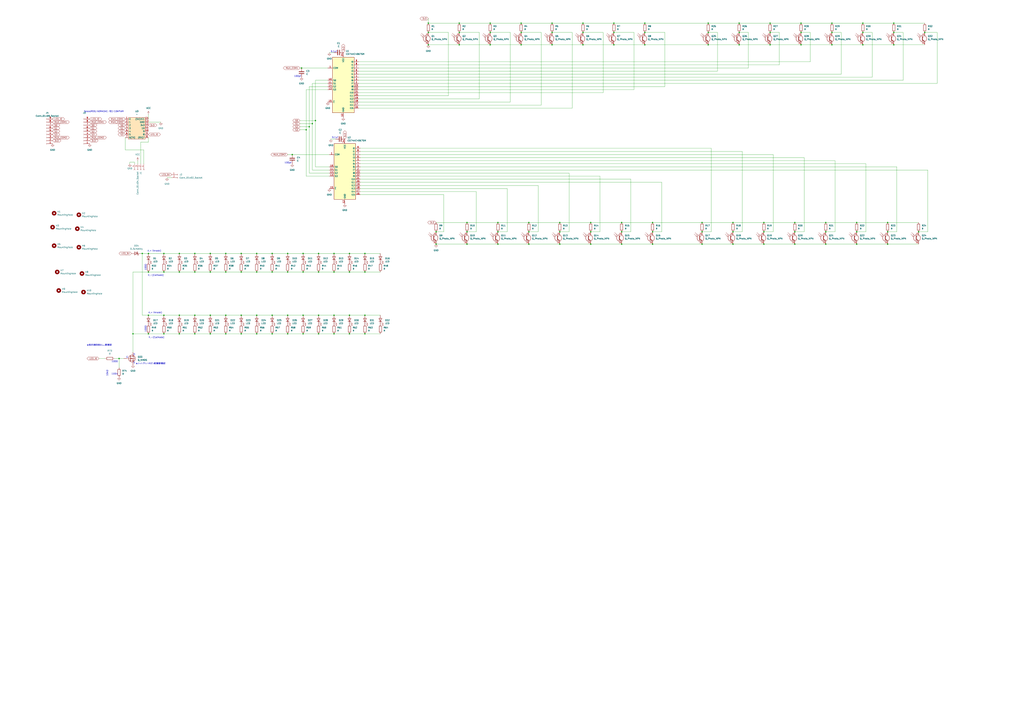
<source format=kicad_sch>
(kicad_sch (version 20250114) (generator "eeschema") (generator_version "9.0")
  (paper "A1")
  (text "A,+（Anode)" (at 127.508 257.048 0) (effects (font (size 1.27 1.27))))
  (text "K,-(Cathode)" (at 128.524 277.368 0) (effects (font (size 1.27 1.27))))
  (text "100Ω" (at 119.6437 270.256 90) (effects (font (size 1.27 1.27))))
  (text "100pF" (at 236.728 133.858 0) (effects (font (size 1.27 1.27))))
  (text "100Ω" (at 119.634 219.71 90) (effects (font (size 1.27 1.27))))
  (text "K,-(Cathode)" (at 128.016 226.314 0) (effects (font (size 1.27 1.27))))
  (text "A,+（Anode)" (at 126.746 206.248 0) (effects (font (size 1.27 1.27))))
  (text "※フットプリントのピン配置要確認" (at 123.698 298.958 0) (effects (font (size 1.27 1.27))))
  (text "S" (at 110.236 298.196 0) (effects (font (size 1.27 1.27))))
  (text "SeeedのD0/A0のみDAC、他1~10はPWM" (at 85.344 91.694 0) (effects (font (size 1.27 1.27))))
  (text "※抵抗値自信なし。要確認" (at 81.534 283.718 0) (effects (font (size 1.27 1.27))))
  (text "G\n" (at 104.394 293.624 0) (effects (font (size 1.27 1.27))))
  (text "10kΩ" (at 88.138 306.578 90) (effects (font (size 1.27 1.27))))
  (text "１００ｋ" (at 94.234 307.34 0) (effects (font (size 1.27 1.27))))
  (text "0.1uF" (at 274.32 42.418 0) (effects (font (size 1.27 1.27))))
  (text "D\n" (at 110.236 291.338 0) (effects (font (size 1.27 1.27))))
  (text "100Ω" (at 94.234 297.18 0) (effects (font (size 1.27 1.27))))
  (text "100pF" (at 244.602 62.738 0) (effects (font (size 1.27 1.27))))
  (text "0.1uF" (at 275.336 113.03 0) (effects (font (size 1.27 1.27))))
  (junction (at 728.98 200.66))
  (junction (at 134.62 223.52))
  (junction (at 185.42 223.52))
  (junction (at 274.32 208.28))
  (junction (at 223.52 259.08))
  (junction (at 287.02 208.28))
  (junction (at 408.94 200.66))
  (junction (at 632.46 26.67))
  (junction (at 657.86 26.67))
  (junction (at 236.22 208.28))
  (junction (at 236.22 259.08))
  (junction (at 240.03 127))
  (junction (at 627.38 200.66))
  (junction (at 147.32 208.28))
  (junction (at 256.54 101.6))
  (junction (at 185.42 274.32))
  (junction (at 529.59 19.05))
  (junction (at 358.14 200.66))
  (junction (at 210.82 259.08))
  (junction (at 703.58 200.66))
  (junction (at 627.38 190.5))
  (junction (at 607.06 19.05))
  (junction (at 734.06 36.83))
  (junction (at 581.66 19.05))
  (junction (at 210.82 223.52))
  (junction (at 259.08 99.06))
  (junction (at 147.32 259.08))
  (junction (at 251.46 106.68))
  (junction (at 351.79 19.05))
  (junction (at 652.78 190.5))
  (junction (at 172.72 259.08))
  (junction (at 576.58 182.88))
  (junction (at 576.58 190.5))
  (junction (at 485.14 190.5))
  (junction (at 402.59 19.05))
  (junction (at 408.94 182.88))
  (junction (at 134.62 208.28))
  (junction (at 678.18 190.5))
  (junction (at 627.38 182.88))
  (junction (at 198.12 223.52))
  (junction (at 504.19 36.83))
  (junction (at 759.46 26.67))
  (junction (at 478.79 19.05))
  (junction (at 383.54 200.66))
  (junction (at 427.99 19.05))
  (junction (at 377.19 19.05))
  (junction (at 632.46 36.83))
  (junction (at 185.42 208.28))
  (junction (at 728.98 182.88))
  (junction (at 703.58 190.5))
  (junction (at 434.34 190.5))
  (junction (at 703.58 182.88))
  (junction (at 248.92 208.28))
  (junction (at 198.12 259.08))
  (junction (at 358.14 190.5))
  (junction (at 678.18 200.66))
  (junction (at 453.39 26.67))
  (junction (at 402.59 36.83))
  (junction (at 510.54 190.5))
  (junction (at 172.72 274.32))
  (junction (at 504.19 26.67))
  (junction (at 453.39 19.05))
  (junction (at 734.06 26.67))
  (junction (at 134.62 259.08))
  (junction (at 210.82 274.32))
  (junction (at 607.06 26.67))
  (junction (at 734.06 19.05))
  (junction (at 485.14 182.88))
  (junction (at 485.14 200.66))
  (junction (at 683.26 26.67))
  (junction (at 287.02 223.52))
  (junction (at 160.02 223.52))
  (junction (at 109.22 274.32))
  (junction (at 683.26 19.05))
  (junction (at 652.78 182.88))
  (junction (at 402.59 26.67))
  (junction (at 632.46 19.05))
  (junction (at 728.98 190.5))
  (junction (at 351.79 36.83))
  (junction (at 678.18 182.88))
  (junction (at 529.59 36.83))
  (junction (at 172.72 208.28))
  (junction (at 134.62 274.32))
  (junction (at 248.92 274.32))
  (junction (at 434.34 200.66))
  (junction (at 478.79 36.83))
  (junction (at 504.19 19.05))
  (junction (at 121.92 274.32))
  (junction (at 510.54 182.88))
  (junction (at 299.72 223.52))
  (junction (at 459.74 190.5))
  (junction (at 652.78 200.66))
  (junction (at 427.99 26.67))
  (junction (at 185.42 259.08))
  (junction (at 121.92 208.28))
  (junction (at 383.54 190.5))
  (junction (at 172.72 223.52))
  (junction (at 529.59 26.67))
  (junction (at 299.72 274.32))
  (junction (at 576.58 200.66))
  (junction (at 261.62 208.28))
  (junction (at 198.12 208.28))
  (junction (at 408.94 190.5))
  (junction (at 601.98 182.88))
  (junction (at 210.82 208.28))
  (junction (at 254 104.14))
  (junction (at 683.26 36.83))
  (junction (at 453.39 36.83))
  (junction (at 248.92 259.08))
  (junction (at 160.02 259.08))
  (junction (at 601.98 200.66))
  (junction (at 223.52 208.28))
  (junction (at 121.92 259.08))
  (junction (at 287.02 259.08))
  (junction (at 581.66 26.67))
  (junction (at 299.72 208.28))
  (junction (at 708.66 26.67))
  (junction (at 708.66 19.05))
  (junction (at 607.06 36.83))
  (junction (at 287.02 274.32))
  (junction (at 351.79 26.67))
  (junction (at 274.32 259.08))
  (junction (at 657.86 19.05))
  (junction (at 160.02 274.32))
  (junction (at 535.94 190.5))
  (junction (at 147.32 223.52))
  (junction (at 478.79 26.67))
  (junction (at 261.62 223.52))
  (junction (at 261.62 274.32))
  (junction (at 377.19 26.67))
  (junction (at 708.66 36.83))
  (junction (at 657.86 36.83))
  (junction (at 510.54 200.66))
  (junction (at 223.52 223.52))
  (junction (at 535.94 182.88))
  (junction (at 274.32 223.52))
  (junction (at 236.22 274.32))
  (junction (at 601.98 190.5))
  (junction (at 754.38 190.5))
  (junction (at 247.65 55.88))
  (junction (at 459.74 182.88))
  (junction (at 535.94 200.66))
  (junction (at 427.99 36.83))
  (junction (at 236.22 223.52))
  (junction (at 434.34 182.88))
  (junction (at 383.54 182.88))
  (junction (at 116.84 208.28))
  (junction (at 377.19 36.83))
  (junction (at 459.74 200.66))
  (junction (at 198.12 274.32))
  (junction (at 581.66 36.83))
  (junction (at 261.62 259.08))
  (junction (at 223.52 274.32))
  (junction (at 121.92 223.52))
  (junction (at 248.92 223.52))
  (junction (at 97.79 294.64))
  (junction (at 274.32 274.32))
  (junction (at 147.32 274.32))
  (junction (at 160.02 208.28))
  (junction (at 299.72 259.08))
  (wire (pts (xy 734.06 19.05) (xy 759.46 19.05)))
  (wire (pts (xy 294.64 53.34) (xy 640.08 53.34)))
  (wire (pts (xy 459.74 200.66) (xy 485.14 200.66)))
  (wire (pts (xy 678.18 182.88) (xy 703.58 182.88)))
  (wire (pts (xy 576.58 182.88) (xy 601.98 182.88)))
  (wire (pts (xy 441.96 190.5) (xy 434.34 190.5)))
  (wire (pts (xy 115.57 116.84) (xy 115.57 134.62)))
  (wire (pts (xy 121.92 259.08) (xy 134.62 259.08)))
  (wire (pts (xy 270.51 139.7) (xy 256.54 139.7)))
  (wire (pts (xy 261.62 223.52) (xy 274.32 223.52)))
  (wire (pts (xy 408.94 182.88) (xy 434.34 182.88)))
  (wire (pts (xy 147.32 259.08) (xy 160.02 259.08)))
  (wire (pts (xy 762 190.5) (xy 754.38 190.5)))
  (wire (pts (xy 274.32 208.28) (xy 287.02 208.28)))
  (wire (pts (xy 368.3 26.67) (xy 368.3 78.74)))
  (wire (pts (xy 543.56 190.5) (xy 535.94 190.5)))
  (wire (pts (xy 492.76 144.78) (xy 492.76 190.5)))
  (wire (pts (xy 251.46 144.78) (xy 270.51 144.78)))
  (wire (pts (xy 256.54 101.6) (xy 256.54 68.58)))
  (wire (pts (xy 581.66 19.05) (xy 607.06 19.05)))
  (wire (pts (xy 274.32 223.52) (xy 287.02 223.52)))
  (wire (pts (xy 627.38 200.66) (xy 652.78 200.66)))
  (wire (pts (xy 444.5 26.67) (xy 427.99 26.67)))
  (wire (pts (xy 660.4 190.5) (xy 652.78 190.5)))
  (wire (pts (xy 351.79 36.83) (xy 377.19 36.83)))
  (wire (pts (xy 246.38 104.14) (xy 254 104.14)))
  (wire (pts (xy 627.38 182.88) (xy 652.78 182.88)))
  (wire (pts (xy 467.36 142.24) (xy 467.36 190.5)))
  (wire (pts (xy 113.03 132.08) (xy 113.03 134.62)))
  (wire (pts (xy 269.24 71.12) (xy 254 71.12)))
  (wire (pts (xy 236.22 223.52) (xy 248.92 223.52)))
  (wire (pts (xy 364.49 190.5) (xy 358.14 190.5)))
  (wire (pts (xy 383.54 182.88) (xy 408.94 182.88)))
  (wire (pts (xy 584.2 190.5) (xy 576.58 190.5)))
  (wire (pts (xy 358.14 182.88) (xy 383.54 182.88)))
  (wire (pts (xy 652.78 200.66) (xy 678.18 200.66)))
  (wire (pts (xy 259.08 137.16) (xy 270.51 137.16)))
  (wire (pts (xy 294.64 66.04) (xy 741.68 66.04)))
  (wire (pts (xy 708.66 19.05) (xy 734.06 19.05)))
  (wire (pts (xy 690.88 26.67) (xy 683.26 26.67)))
  (wire (pts (xy 632.46 36.83) (xy 657.86 36.83)))
  (wire (pts (xy 109.22 223.52) (xy 109.22 274.32)))
  (wire (pts (xy 295.91 124.46) (xy 609.6 124.46)))
  (wire (pts (xy 543.56 149.86) (xy 543.56 190.5)))
  (wire (pts (xy 364.49 160.02) (xy 364.49 190.5)))
  (wire (pts (xy 453.39 19.05) (xy 478.79 19.05)))
  (wire (pts (xy 614.68 26.67) (xy 607.06 26.67)))
  (wire (pts (xy 419.1 26.67) (xy 402.59 26.67)))
  (wire (pts (xy 248.92 274.32) (xy 261.62 274.32)))
  (wire (pts (xy 441.96 152.4) (xy 441.96 190.5)))
  (wire (pts (xy 609.6 190.5) (xy 601.98 190.5)))
  (wire (pts (xy 160.02 274.32) (xy 172.72 274.32)))
  (wire (pts (xy 160.02 259.08) (xy 172.72 259.08)))
  (wire (pts (xy 393.7 81.28) (xy 393.7 26.67)))
  (wire (pts (xy 274.32 274.32) (xy 287.02 274.32)))
  (wire (pts (xy 210.82 208.28) (xy 223.52 208.28)))
  (wire (pts (xy 383.54 200.66) (xy 408.94 200.66)))
  (wire (pts (xy 459.74 182.88) (xy 485.14 182.88)))
  (wire (pts (xy 546.1 26.67) (xy 529.59 26.67)))
  (wire (pts (xy 295.91 149.86) (xy 543.56 149.86)))
  (wire (pts (xy 116.84 259.08) (xy 121.92 259.08)))
  (wire (pts (xy 427.99 36.83) (xy 453.39 36.83)))
  (wire (pts (xy 408.94 200.66) (xy 434.34 200.66)))
  (wire (pts (xy 121.92 274.32) (xy 109.22 274.32)))
  (wire (pts (xy 504.19 36.83) (xy 529.59 36.83)))
  (wire (pts (xy 223.52 259.08) (xy 236.22 259.08)))
  (wire (pts (xy 685.8 132.08) (xy 685.8 190.5)))
  (wire (pts (xy 510.54 200.66) (xy 535.94 200.66)))
  (wire (pts (xy 121.92 223.52) (xy 109.22 223.52)))
  (wire (pts (xy 121.92 208.28) (xy 134.62 208.28)))
  (wire (pts (xy 294.64 71.12) (xy 546.1 71.12)))
  (wire (pts (xy 299.72 223.52) (xy 312.42 223.52)))
  (wire (pts (xy 716.28 63.5) (xy 716.28 26.67)))
  (wire (pts (xy 248.92 208.28) (xy 261.62 208.28)))
  (wire (pts (xy 614.68 55.88) (xy 614.68 26.67)))
  (wire (pts (xy 102.87 123.19) (xy 118.11 123.19)))
  (wire (pts (xy 294.64 83.82) (xy 419.1 83.82)))
  (wire (pts (xy 294.64 88.9) (xy 469.9 88.9)))
  (wire (pts (xy 657.86 19.05) (xy 683.26 19.05)))
  (wire (pts (xy 116.84 208.28) (xy 116.84 259.08)))
  (wire (pts (xy 690.88 60.96) (xy 690.88 26.67)))
  (wire (pts (xy 236.22 274.32) (xy 248.92 274.32)))
  (wire (pts (xy 419.1 83.82) (xy 419.1 26.67)))
  (wire (pts (xy 121.92 116.84) (xy 115.57 116.84)))
  (wire (pts (xy 485.14 200.66) (xy 510.54 200.66)))
  (wire (pts (xy 520.7 26.67) (xy 504.19 26.67)))
  (wire (pts (xy 137.16 146.05) (xy 140.97 146.05)))
  (wire (pts (xy 160.02 208.28) (xy 172.72 208.28)))
  (wire (pts (xy 295.91 160.02) (xy 364.49 160.02)))
  (wire (pts (xy 665.48 50.8) (xy 665.48 26.67)))
  (wire (pts (xy 589.28 58.42) (xy 589.28 26.67)))
  (wire (pts (xy 769.62 26.67) (xy 759.46 26.67)))
  (wire (pts (xy 102.87 113.03) (xy 102.87 123.19)))
  (wire (pts (xy 469.9 26.67) (xy 453.39 26.67)))
  (wire (pts (xy 259.08 99.06) (xy 259.08 137.16)))
  (wire (pts (xy 358.14 200.66) (xy 383.54 200.66)))
  (wire (pts (xy 246.38 99.06) (xy 259.08 99.06)))
  (wire (pts (xy 198.12 259.08) (xy 210.82 259.08)))
  (wire (pts (xy 223.52 208.28) (xy 236.22 208.28)))
  (wire (pts (xy 254 71.12) (xy 254 104.14)))
  (wire (pts (xy 134.62 223.52) (xy 147.32 223.52)))
  (wire (pts (xy 294.64 68.58) (xy 769.62 68.58)))
  (wire (pts (xy 223.52 274.32) (xy 236.22 274.32)))
  (wire (pts (xy 110.49 133.35) (xy 110.49 134.62)))
  (wire (pts (xy 246.38 55.88) (xy 247.65 55.88)))
  (wire (pts (xy 635 127) (xy 635 190.5)))
  (wire (pts (xy 121.92 113.03) (xy 121.92 116.84)))
  (wire (pts (xy 269.24 66.04) (xy 259.08 66.04)))
  (wire (pts (xy 607.06 36.83) (xy 632.46 36.83)))
  (wire (pts (xy 248.92 259.08) (xy 261.62 259.08)))
  (wire (pts (xy 736.6 137.16) (xy 736.6 190.5)))
  (wire (pts (xy 416.56 190.5) (xy 408.94 190.5)))
  (wire (pts (xy 632.46 19.05) (xy 657.86 19.05)))
  (wire (pts (xy 274.32 259.08) (xy 287.02 259.08)))
  (wire (pts (xy 402.59 19.05) (xy 427.99 19.05)))
  (wire (pts (xy 185.42 208.28) (xy 198.12 208.28)))
  (wire (pts (xy 246.38 101.6) (xy 256.54 101.6)))
  (wire (pts (xy 256.54 68.58) (xy 269.24 68.58)))
  (wire (pts (xy 683.26 36.83) (xy 708.66 36.83)))
  (wire (pts (xy 581.66 36.83) (xy 607.06 36.83)))
  (wire (pts (xy 115.57 208.28) (xy 116.84 208.28)))
  (wire (pts (xy 299.72 274.32) (xy 312.42 274.32)))
  (wire (pts (xy 198.12 208.28) (xy 210.82 208.28)))
  (wire (pts (xy 377.19 36.83) (xy 402.59 36.83)))
  (wire (pts (xy 716.28 26.67) (xy 708.66 26.67)))
  (wire (pts (xy 97.79 294.64) (xy 101.6 294.64)))
  (wire (pts (xy 81.28 294.64) (xy 86.36 294.64)))
  (wire (pts (xy 261.62 259.08) (xy 274.32 259.08)))
  (wire (pts (xy 741.68 66.04) (xy 741.68 26.67)))
  (wire (pts (xy 261.62 274.32) (xy 274.32 274.32)))
  (wire (pts (xy 295.91 129.54) (xy 660.4 129.54)))
  (wire (pts (xy 294.64 86.36) (xy 444.5 86.36)))
  (wire (pts (xy 248.92 223.52) (xy 261.62 223.52)))
  (wire (pts (xy 478.79 36.83) (xy 504.19 36.83)))
  (wire (pts (xy 147.32 208.28) (xy 160.02 208.28)))
  (wire (pts (xy 271.78 114.3) (xy 275.59 114.3)))
  (wire (pts (xy 576.58 200.66) (xy 601.98 200.66)))
  (wire (pts (xy 391.16 157.48) (xy 391.16 190.5)))
  (wire (pts (xy 504.19 19.05) (xy 529.59 19.05)))
  (wire (pts (xy 294.64 50.8) (xy 665.48 50.8)))
  (wire (pts (xy 640.08 53.34) (xy 640.08 26.67)))
  (wire (pts (xy 703.58 200.66) (xy 728.98 200.66)))
  (wire (pts (xy 121.92 100.33) (xy 132.08 100.33)))
  (wire (pts (xy 121.92 93.98) (xy 121.92 97.79)))
  (wire (pts (xy 97.79 302.26) (xy 97.79 294.64)))
  (wire (pts (xy 261.62 208.28) (xy 274.32 208.28)))
  (wire (pts (xy 185.42 223.52) (xy 198.12 223.52)))
  (wire (pts (xy 106.68 134.62) (xy 106.68 133.35)))
  (wire (pts (xy 520.7 73.66) (xy 520.7 26.67)))
  (wire (pts (xy 416.56 154.94) (xy 416.56 190.5)))
  (wire (pts (xy 172.72 223.52) (xy 185.42 223.52)))
  (wire (pts (xy 134.62 274.32) (xy 147.32 274.32)))
  (wire (pts (xy 391.16 190.5) (xy 383.54 190.5)))
  (wire (pts (xy 295.91 142.24) (xy 467.36 142.24)))
  (wire (pts (xy 703.58 182.88) (xy 728.98 182.88)))
  (wire (pts (xy 210.82 274.32) (xy 223.52 274.32)))
  (wire (pts (xy 147.32 274.32) (xy 160.02 274.32)))
  (wire (pts (xy 584.2 121.92) (xy 584.2 190.5)))
  (wire (pts (xy 734.06 36.83) (xy 759.46 36.83)))
  (wire (pts (xy 116.84 208.28) (xy 121.92 208.28)))
  (wire (pts (xy 469.9 88.9) (xy 469.9 26.67)))
  (wire (pts (xy 295.91 137.16) (xy 736.6 137.16)))
  (wire (pts (xy 546.1 71.12) (xy 546.1 26.67)))
  (wire (pts (xy 294.64 76.2) (xy 495.3 76.2)))
  (wire (pts (xy 711.2 190.5) (xy 703.58 190.5)))
  (wire (pts (xy 160.02 223.52) (xy 172.72 223.52)))
  (wire (pts (xy 601.98 200.66) (xy 627.38 200.66)))
  (wire (pts (xy 295.91 127) (xy 635 127)))
  (wire (pts (xy 118.11 123.19) (xy 118.11 134.62)))
  (wire (pts (xy 256.54 139.7) (xy 256.54 101.6)))
  (wire (pts (xy 172.72 259.08) (xy 185.42 259.08)))
  (wire (pts (xy 728.98 182.88) (xy 754.38 182.88)))
  (wire (pts (xy 198.12 274.32) (xy 210.82 274.32)))
  (wire (pts (xy 510.54 182.88) (xy 535.94 182.88)))
  (wire (pts (xy 683.26 19.05) (xy 708.66 19.05)))
  (wire (pts (xy 736.6 190.5) (xy 728.98 190.5)))
  (wire (pts (xy 769.62 68.58) (xy 769.62 26.67)))
  (wire (pts (xy 535.94 182.88) (xy 576.58 182.88)))
  (wire (pts (xy 299.72 208.28) (xy 312.42 208.28)))
  (wire (pts (xy 294.64 78.74) (xy 368.3 78.74)))
  (wire (pts (xy 640.08 26.67) (xy 632.46 26.67)))
  (wire (pts (xy 172.72 208.28) (xy 185.42 208.28)))
  (wire (pts (xy 254 104.14) (xy 254 142.24)))
  (wire (pts (xy 295.91 157.48) (xy 391.16 157.48)))
  (wire (pts (xy 495.3 26.67) (xy 478.79 26.67)))
  (wire (pts (xy 708.66 36.83) (xy 734.06 36.83)))
  (wire (pts (xy 492.76 190.5) (xy 485.14 190.5)))
  (wire (pts (xy 529.59 19.05) (xy 581.66 19.05)))
  (wire (pts (xy 351.79 15.24) (xy 351.79 19.05)))
  (wire (pts (xy 678.18 200.66) (xy 703.58 200.66)))
  (wire (pts (xy 287.02 274.32) (xy 299.72 274.32)))
  (wire (pts (xy 402.59 36.83) (xy 427.99 36.83)))
  (wire (pts (xy 246.38 106.68) (xy 251.46 106.68)))
  (wire (pts (xy 251.46 106.68) (xy 251.46 144.78)))
  (wire (pts (xy 287.02 259.08) (xy 299.72 259.08)))
  (wire (pts (xy 485.14 182.88) (xy 510.54 182.88)))
  (wire (pts (xy 185.42 259.08) (xy 198.12 259.08)))
  (wire (pts (xy 351.79 26.67) (xy 368.3 26.67)))
  (wire (pts (xy 247.65 55.88) (xy 269.24 55.88)))
  (wire (pts (xy 609.6 124.46) (xy 609.6 190.5)))
  (wire (pts (xy 518.16 147.32) (xy 518.16 190.5)))
  (wire (pts (xy 223.52 223.52) (xy 236.22 223.52)))
  (wire (pts (xy 685.8 190.5) (xy 678.18 190.5)))
  (wire (pts (xy 251.46 73.66) (xy 251.46 106.68)))
  (wire (pts (xy 351.79 19.05) (xy 377.19 19.05)))
  (wire (pts (xy 665.48 26.67) (xy 657.86 26.67)))
  (wire (pts (xy 287.02 208.28) (xy 299.72 208.28)))
  (wire (pts (xy 529.59 36.83) (xy 581.66 36.83)))
  (wire (pts (xy 711.2 134.62) (xy 711.2 190.5)))
  (wire (pts (xy 93.98 294.64) (xy 97.79 294.64)))
  (wire (pts (xy 121.92 223.52) (xy 134.62 223.52)))
  (wire (pts (xy 254 142.24) (xy 270.51 142.24)))
  (wire (pts (xy 728.98 200.66) (xy 754.38 200.66)))
  (wire (pts (xy 295.91 154.94) (xy 416.56 154.94)))
  (wire (pts (xy 635 190.5) (xy 627.38 190.5)))
  (wire (pts (xy 377.19 19.05) (xy 402.59 19.05)))
  (wire (pts (xy 427.99 19.05) (xy 453.39 19.05)))
  (wire (pts (xy 236.22 127) (xy 240.03 127)))
  (wire (pts (xy 535.94 200.66) (xy 576.58 200.66)))
  (wire (pts (xy 589.28 26.67) (xy 581.66 26.67)))
  (wire (pts (xy 287.02 223.52) (xy 299.72 223.52)))
  (wire (pts (xy 495.3 76.2) (xy 495.3 26.67)))
  (wire (pts (xy 109.22 274.32) (xy 109.22 289.56)))
  (wire (pts (xy 295.91 121.92) (xy 584.2 121.92)))
  (wire (pts (xy 259.08 66.04) (xy 259.08 99.06)))
  (wire (pts (xy 652.78 182.88) (xy 678.18 182.88)))
  (wire (pts (xy 657.86 36.83) (xy 683.26 36.83)))
  (wire (pts (xy 236.22 208.28) (xy 248.92 208.28)))
  (wire (pts (xy 377.19 26.67) (xy 393.7 26.67)))
  (wire (pts (xy 478.79 19.05) (xy 504.19 19.05)))
  (wire (pts (xy 295.91 147.32) (xy 518.16 147.32)))
  (wire (pts (xy 762 139.7) (xy 762 190.5)))
  (wire (pts (xy 134.62 208.28) (xy 147.32 208.28)))
  (wire (pts (xy 434.34 200.66) (xy 459.74 200.66)))
  (wire (pts (xy 741.68 26.67) (xy 734.06 26.67)))
  (wire (pts (xy 269.24 73.66) (xy 251.46 73.66)))
  (wire (pts (xy 210.82 223.52) (xy 223.52 223.52)))
  (wire (pts (xy 147.32 223.52) (xy 160.02 223.52)))
  (wire (pts (xy 453.39 36.83) (xy 478.79 36.83)))
  (wire (pts (xy 106.68 133.35) (xy 110.49 133.35)))
  (wire (pts (xy 434.34 182.88) (xy 459.74 182.88)))
  (wire (pts (xy 172.72 274.32) (xy 185.42 274.32)))
  (wire (pts (xy 607.06 19.05) (xy 632.46 19.05)))
  (wire (pts (xy 236.22 259.08) (xy 248.92 259.08)))
  (wire (pts (xy 210.82 259.08) (xy 223.52 259.08)))
  (wire (pts (xy 198.12 223.52) (xy 210.82 223.52)))
  (wire (pts (xy 294.64 55.88) (xy 614.68 55.88)))
  (wire (pts (xy 601.98 182.88) (xy 627.38 182.88)))
  (wire (pts (xy 294.64 81.28) (xy 393.7 81.28)))
  (wire (pts (xy 294.64 60.96) (xy 690.88 60.96)))
  (wire (pts (xy 295.91 132.08) (xy 685.8 132.08)))
  (wire (pts (xy 185.42 274.32) (xy 198.12 274.32)))
  (wire (pts (xy 295.91 134.62) (xy 711.2 134.62)))
  (wire (pts (xy 270.51 43.18) (xy 274.32 43.18)))
  (wire (pts (xy 518.16 190.5) (xy 510.54 190.5)))
  (wire (pts (xy 660.4 129.54) (xy 660.4 190.5)))
  (wire (pts (xy 240.03 127) (xy 270.51 127)))
  (wire (pts (xy 294.64 63.5) (xy 716.28 63.5)))
  (wire (pts (xy 444.5 86.36) (xy 444.5 26.67)))
  (wire (pts (xy 294.64 58.42) (xy 589.28 58.42)))
  (wire (pts (xy 134.62 259.08) (xy 147.32 259.08)))
  (wire (pts (xy 121.92 274.32) (xy 134.62 274.32)))
  (wire (pts (xy 294.64 73.66) (xy 520.7 73.66)))
  (wire (pts (xy 295.91 139.7) (xy 762 139.7)))
  (wire (pts (xy 295.91 144.78) (xy 492.76 144.78)))
  (wire (pts (xy 299.72 259.08) (xy 312.42 259.08)))
  (wire (pts (xy 467.36 190.5) (xy 459.74 190.5)))
  (wire (pts (xy 295.91 152.4) (xy 441.96 152.4)))
  (global_label "LED_IO" (shape bidirectional) (at 73.66 97.79 0) (property "Intersheetrefs" "${INTERSHEET_REFS}" (effects (hide yes))))
  (global_label "MUX_COM1" (shape bidirectional) (at 73.66 100.33 0) (property "Intersheetrefs" "${INTERSHEET_REFS}" (effects (hide yes))))
  (global_label "3v3" (shape bidirectional) (at 351.79 15.24 180) (property "Intersheetrefs" "${INTERSHEET_REFS}" (effects (hide yes))))
  (global_label "S2" (shape bidirectional) (at 43.18 107.95 0) (property "Intersheetrefs" "${INTERSHEET_REFS}" (effects (hide yes))))
  (global_label "S3" (shape bidirectional) (at 246.38 106.68 180) (property "Intersheetrefs" "${INTERSHEET_REFS}" (effects (hide yes))))
  (global_label "LED_5V" (shape bidirectional) (at 107.95 208.28 180) (property "Intersheetrefs" "${INTERSHEET_REFS}" (effects (hide yes))))
  (global_label "LED_IO" (shape bidirectional) (at 121.92 110.49 0) (property "Intersheetrefs" "${INTERSHEET_REFS}" (effects (hide yes))))
  (global_label "3v3" (shape bidirectional) (at 283.21 114.3 90) (property "Intersheetrefs" "${INTERSHEET_REFS}" (effects (hide yes))))
  (global_label "3v3" (shape bidirectional) (at 43.18 115.57 0) (property "Intersheetrefs" "${INTERSHEET_REFS}" (effects (hide yes))))
  (global_label "S1" (shape bidirectional) (at 43.18 105.41 0) (property "Intersheetrefs" "${INTERSHEET_REFS}" (effects (hide yes))))
  (global_label "3v3" (shape bidirectional) (at 121.92 102.87 0) (property "Intersheetrefs" "${INTERSHEET_REFS}" (effects (hide yes))))
  (global_label "3v3" (shape bidirectional) (at 281.94 43.18 90) (property "Intersheetrefs" "${INTERSHEET_REFS}" (effects (hide yes))))
  (global_label "LED_IO" (shape bidirectional) (at 81.28 294.64 180) (property "Intersheetrefs" "${INTERSHEET_REFS}" (effects (hide yes))))
  (global_label "S1" (shape bidirectional) (at 73.66 105.41 0) (property "Intersheetrefs" "${INTERSHEET_REFS}" (effects (hide yes))))
  (global_label "MUX_COM2" (shape bidirectional) (at 102.87 100.33 180) (property "Intersheetrefs" "${INTERSHEET_REFS}" (effects (hide yes))))
  (global_label "MUX_COM2" (shape bidirectional) (at 43.18 113.03 0) (property "Intersheetrefs" "${INTERSHEET_REFS}" (effects (hide yes))))
  (global_label "S2" (shape bidirectional) (at 246.38 104.14 180) (property "Intersheetrefs" "${INTERSHEET_REFS}" (effects (hide yes))))
  (global_label "S3" (shape bidirectional) (at 102.87 110.49 180) (property "Intersheetrefs" "${INTERSHEET_REFS}" (effects (hide yes))))
  (global_label "MUX_COM1" (shape bidirectional) (at 102.87 97.79 180) (property "Intersheetrefs" "${INTERSHEET_REFS}" (effects (hide yes))))
  (global_label "S2" (shape bidirectional) (at 102.87 107.95 180) (property "Intersheetrefs" "${INTERSHEET_REFS}" (effects (hide yes))))
  (global_label "S0" (shape bidirectional) (at 73.66 102.87 0) (property "Intersheetrefs" "${INTERSHEET_REFS}" (effects (hide yes))))
  (global_label "MUX_COM2" (shape bidirectional) (at 236.22 127 180) (property "Intersheetrefs" "${INTERSHEET_REFS}" (effects (hide yes))))
  (global_label "S0" (shape bidirectional) (at 102.87 102.87 180) (property "Intersheetrefs" "${INTERSHEET_REFS}" (effects (hide yes))))
  (global_label "S2" (shape bidirectional) (at 73.66 107.95 0) (property "Intersheetrefs" "${INTERSHEET_REFS}" (effects (hide yes))))
  (global_label "3v3" (shape bidirectional) (at 73.66 115.57 0) (property "Intersheetrefs" "${INTERSHEET_REFS}" (effects (hide yes))))
  (global_label "MUX_COM1" (shape bidirectional) (at 43.18 100.33 0) (property "Intersheetrefs" "${INTERSHEET_REFS}" (effects (hide yes))))
  (global_label "LED_5V" (shape bidirectional) (at 140.97 143.51 180) (property "Intersheetrefs" "${INTERSHEET_REFS}" (effects (hide yes))))
  (global_label "S0" (shape bidirectional) (at 246.38 99.06 180) (property "Intersheetrefs" "${INTERSHEET_REFS}" (effects (hide yes))))
  (global_label "MUX_COM2" (shape bidirectional) (at 73.66 113.03 0) (property "Intersheetrefs" "${INTERSHEET_REFS}" (effects (hide yes))))
  (global_label "3v3" (shape bidirectional) (at 358.14 182.88 180) (property "Intersheetrefs" "${INTERSHEET_REFS}" (effects (hide yes))))
  (global_label "MUX_COM1" (shape bidirectional) (at 246.38 55.88 180) (property "Intersheetrefs" "${INTERSHEET_REFS}" (effects (hide yes))))
  (global_label "S1" (shape bidirectional) (at 246.38 101.6 180) (property "Intersheetrefs" "${INTERSHEET_REFS}" (effects (hide yes))))
  (global_label "S3" (shape bidirectional) (at 73.66 110.49 0) (property "Intersheetrefs" "${INTERSHEET_REFS}" (effects (hide yes))))
  (global_label "S3" (shape bidirectional) (at 43.18 110.49 0) (property "Intersheetrefs" "${INTERSHEET_REFS}" (effects (hide yes))))
  (global_label "S1" (shape bidirectional) (at 102.87 105.41 180) (property "Intersheetrefs" "${INTERSHEET_REFS}" (effects (hide yes))))
  (global_label "S0" (shape bidirectional) (at 43.18 102.87 0) (property "Intersheetrefs" "${INTERSHEET_REFS}" (effects (hide yes))))
  (global_label "LED_IO" (shape bidirectional) (at 43.18 97.79 0) (property "Intersheetrefs" "${INTERSHEET_REFS}" (effects (hide yes))))
  (symbol (lib_id "Device:R") (at 453.39 22.86 0) (unit 1)
    (property "Reference" "R5" (at 455.93 21.5899 0) (effects (justify left)))
    (property "Value" "R" (at 455.93 24.1299 0) (effects (justify left)))
    (property "Footprint" "Resistor_SMD:R_0603_1608Metric_Pad0.98x0.95mm_HandSolder" (effects (hide yes)))
    (property "Description" "Resistor" (effects (hide yes)))
  )
  (symbol (lib_id "Device:R") (at 535.94 186.69 0) (unit 1)
    (property "Reference" "R16" (at 538.48 185.4199 0) (effects (justify left)))
    (property "Value" "R" (at 538.48 187.9599 0) (effects (justify left)))
    (property "Footprint" "Resistor_SMD:R_0603_1608Metric_Pad0.98x0.95mm_HandSolder" (effects (hide yes)))
    (property "Description" "Resistor" (effects (hide yes)))
  )
  (symbol (lib_id "Device:R") (at 478.79 22.86 0) (unit 1)
    (property "Reference" "R6" (at 481.33 21.5899 0) (effects (justify left)))
    (property "Value" "R" (at 481.33 24.1299 0) (effects (justify left)))
    (property "Footprint" "Resistor_SMD:R_0603_1608Metric_Pad0.98x0.95mm_HandSolder" (effects (hide yes)))
    (property "Description" "Resistor" (effects (hide yes)))
  )
  (symbol (lib_id "Device:LED") (at 172.72 262.89 90) (unit 1)
    (property "Reference" "D21" (at 176.53 263.2074 90) (effects (justify right)))
    (property "Value" "LED" (at 176.53 265.7474 90) (effects (justify right)))
    (property "Footprint" "LED_SMD:LED_0603_1608Metric_Pad1.05x0.95mm_HandSolder" (effects (hide yes)))
    (property "Description" "Light emitting diode" (effects (hide yes)))
    (property "Sim.Pins" "1=K 2=A" (effects (hide yes)))
  )
  (symbol (lib_id "Device:LED") (at 223.52 262.89 90) (unit 1)
    (property "Reference" "D25" (at 227.33 263.2074 90) (effects (justify right)))
    (property "Value" "LED" (at 227.33 265.7474 90) (effects (justify right)))
    (property "Footprint" "LED_SMD:LED_0603_1608Metric_Pad1.05x0.95mm_HandSolder" (effects (hide yes)))
    (property "Description" "Light emitting diode" (effects (hide yes)))
    (property "Sim.Pins" "1=K 2=A" (effects (hide yes)))
  )
  (symbol (lib_id "Device:R") (at 223.52 270.51 0) (unit 1)
    (property "Reference" "R57" (at 226.06 269.2399 0) (effects (justify left)))
    (property "Value" "R" (at 226.06 271.7799 0) (effects (justify left)))
    (property "Footprint" "Resistor_SMD:R_0603_1608Metric_Pad0.98x0.95mm_HandSolder" (effects (hide yes)))
    (property "Description" "Resistor" (effects (hide yes)))
  )
  (symbol (lib_id "Device:R") (at 581.66 22.86 0) (unit 1)
    (property "Reference" "R25" (at 584.2 21.5899 0) (effects (justify left)))
    (property "Value" "R" (at 584.2 24.1299 0) (effects (justify left)))
    (property "Footprint" "Resistor_SMD:R_0603_1608Metric_Pad0.98x0.95mm_HandSolder" (effects (hide yes)))
    (property "Description" "Resistor" (effects (hide yes)))
  )
  (symbol (lib_id "Device:R") (at 121.92 270.51 0) (unit 1)
    (property "Reference" "R49" (at 124.46 269.2399 0) (effects (justify left)))
    (property "Value" "R" (at 124.46 271.7799 0) (effects (justify left)))
    (property "Footprint" "Resistor_SMD:R_0603_1608Metric_Pad0.98x0.95mm_HandSolder" (effects (hide yes)))
    (property "Description" "Resistor" (effects (hide yes)))
  )
  (symbol (lib_id "Device:R") (at 312.42 270.51 0) (unit 1)
    (property "Reference" "R64" (at 314.96 269.2399 0) (effects (justify left)))
    (property "Value" "R" (at 314.96 271.7799 0) (effects (justify left)))
    (property "Footprint" "Resistor_SMD:R_0603_1608Metric_Pad0.98x0.95mm_HandSolder" (effects (hide yes)))
    (property "Description" "Resistor" (effects (hide yes)))
  )
  (symbol (lib_id "power:GND") (at 281.94 96.52 0) (unit 1)
    (property "Reference" "#PWR04" (effects (hide yes)))
    (property "Value" "GND" (at 281.94 101.6 0))
    (property "Description" "Power symbol creates a global label with name \"GND\" , ground" (effects (hide yes)))
  )
  (symbol (lib_id "Mechanical:MountingHole") (at 48.26 238.76 0) (unit 1) (in_bom no)
    (property "Reference" "H9" (at 50.8 237.4899 0) (effects (justify left)))
    (property "Value" "MountingHole" (at 50.8 240.0299 0) (effects (justify left)))
    (property "Footprint" "MountingHole:MountingHole_3.2mm_M3" (effects (hide yes)))
    (property "Description" "Mounting Hole without connection" (effects (hide yes)))
  )
  (symbol (lib_id "Device:R") (at 434.34 186.69 0) (unit 1)
    (property "Reference" "R12" (at 436.88 185.4199 0) (effects (justify left)))
    (property "Value" "R" (at 436.88 187.9599 0) (effects (justify left)))
    (property "Footprint" "Resistor_SMD:R_0603_1608Metric_Pad0.98x0.95mm_HandSolder" (effects (hide yes)))
    (property "Description" "Resistor" (effects (hide yes)))
  )
  (symbol (lib_id "Device:R") (at 210.82 270.51 0) (unit 1)
    (property "Reference" "R56" (at 213.36 269.2399 0) (effects (justify left)))
    (property "Value" "R" (at 213.36 271.7799 0) (effects (justify left)))
    (property "Footprint" "Resistor_SMD:R_0603_1608Metric_Pad0.98x0.95mm_HandSolder" (effects (hide yes)))
    (property "Description" "Resistor" (effects (hide yes)))
  )
  (symbol (lib_id "Mechanical:MountingHole") (at 67.31 224.79 0) (unit 1) (in_bom no)
    (property "Reference" "H8" (at 69.85 223.5199 0) (effects (justify left)))
    (property "Value" "MountingHole" (at 69.85 226.0599 0) (effects (justify left)))
    (property "Footprint" "MountingHole:MountingHole_3.2mm_M3" (effects (hide yes)))
    (property "Description" "Mounting Hole without connection" (effects (hide yes)))
  )
  (symbol (lib_id "Device:R") (at 198.12 219.71 0) (unit 1)
    (property "Reference" "R39" (at 200.66 218.4399 0) (effects (justify left)))
    (property "Value" "R" (at 200.66 220.9799 0) (effects (justify left)))
    (property "Footprint" "Resistor_SMD:R_0603_1608Metric_Pad0.98x0.95mm_HandSolder" (effects (hide yes)))
    (property "Description" "Resistor" (effects (hide yes)))
  )
  (symbol (lib_id "Device:R") (at 627.38 186.69 0) (unit 1)
    (property "Reference" "R19" (at 629.92 185.4199 0) (effects (justify left)))
    (property "Value" "R" (at 629.92 187.9599 0) (effects (justify left)))
    (property "Footprint" "Resistor_SMD:R_0603_1608Metric_Pad0.98x0.95mm_HandSolder" (effects (hide yes)))
    (property "Description" "Resistor" (effects (hide yes)))
  )
  (symbol (lib_id "Device:LED") (at 134.62 262.89 90) (unit 1)
    (property "Reference" "D18" (at 138.43 263.2074 90) (effects (justify right)))
    (property "Value" "LED" (at 138.43 265.7474 90) (effects (justify right)))
    (property "Footprint" "LED_SMD:LED_0603_1608Metric_Pad1.05x0.95mm_HandSolder" (effects (hide yes)))
    (property "Description" "Light emitting diode" (effects (hide yes)))
    (property "Sim.Pins" "1=K 2=A" (effects (hide yes)))
  )
  (symbol (lib_id "Device:Q_Photo_NPN") (at 476.25 31.75 0) (unit 1)
    (property "Reference" "Q6" (at 481.33 29.7306 0) (effects (justify left)))
    (property "Value" "Q_Photo_NPN" (at 481.33 32.2706 0) (effects (justify left)))
    (property "Footprint" "Diode_SMD:D_0603_1608Metric_Pad1.05x0.95mm_HandSolder" (effects (hide yes)))
    (property "Description" "NPN phototransistor, collector/emitter" (effects (hide yes)))
  )
  (symbol (lib_id "Device:Q_Photo_NPN") (at 655.32 31.75 0) (unit 1)
    (property "Reference" "Q28" (at 660.4 29.7306 0) (effects (justify left)))
    (property "Value" "Q_Photo_NPN" (at 660.4 32.2706 0) (effects (justify left)))
    (property "Footprint" "Diode_SMD:D_0603_1608Metric_Pad1.05x0.95mm_HandSolder" (effects (hide yes)))
    (property "Description" "NPN phototransistor, collector/emitter" (effects (hide yes)))
  )
  (symbol (lib_id "Device:C") (at 247.65 59.69 0) (unit 1)
    (property "Reference" "C3" (at 251.46 58.4199 0) (effects (justify left)))
    (property "Value" "C" (at 251.46 60.9599 0) (effects (justify left)))
    (property "Footprint" "Capacitor_THT:C_Disc_D4.3mm_W1.9mm_P5.00mm" (effects (hide yes)))
    (property "Description" "Unpolarized capacitor" (effects (hide yes)))
  )
  (symbol (lib_id "Mechanical:MountingHole") (at 64.77 176.53 0) (unit 1) (in_bom no)
    (property "Reference" "H2" (at 67.31 175.2599 0) (effects (justify left)))
    (property "Value" "MountingHole" (at 67.31 177.7999 0) (effects (justify left)))
    (property "Footprint" "MountingHole:MountingHole_3.2mm_M3" (effects (hide yes)))
    (property "Description" "Mounting Hole without connection" (effects (hide yes)))
  )
  (symbol (lib_id "Device:R") (at 160.02 219.71 0) (unit 1)
    (property "Reference" "R36" (at 162.56 218.4399 0) (effects (justify left)))
    (property "Value" "R" (at 162.56 220.9799 0) (effects (justify left)))
    (property "Footprint" "Resistor_SMD:R_0603_1608Metric_Pad0.98x0.95mm_HandSolder" (effects (hide yes)))
    (property "Description" "Resistor" (effects (hide yes)))
  )
  (symbol (lib_id "power:GND") (at 270.51 154.94 0) (unit 1)
    (property "Reference" "#PWR018" (effects (hide yes)))
    (property "Value" "GND" (at 270.51 160.02 0))
    (property "Description" "Power symbol creates a global label with name \"GND\" , ground" (effects (hide yes)))
  )
  (symbol (lib_id "Device:LED") (at 274.32 262.89 90) (unit 1)
    (property "Reference" "D29" (at 278.13 263.2074 90) (effects (justify right)))
    (property "Value" "LED" (at 278.13 265.7474 90) (effects (justify right)))
    (property "Footprint" "LED_SMD:LED_0603_1608Metric_Pad1.05x0.95mm_HandSolder" (effects (hide yes)))
    (property "Description" "Light emitting diode" (effects (hide yes)))
    (property "Sim.Pins" "1=K 2=A" (effects (hide yes)))
  )
  (symbol (lib_id "Device:Q_Photo_NPN") (at 751.84 195.58 0) (unit 1)
    (property "Reference" "Q24" (at 756.92 193.5606 0) (effects (justify left)))
    (property "Value" "Q_Photo_NPN" (at 756.92 196.1006 0) (effects (justify left)))
    (property "Footprint" "Diode_SMD:D_0603_1608Metric_Pad1.05x0.95mm_HandSolder" (effects (hide yes)))
    (property "Description" "NPN phototransistor, collector/emitter" (effects (hide yes)))
  )
  (symbol (lib_id "Connector:Conn_01x02_Socket") (at 146.05 143.51 0) (unit 1)
    (property "Reference" "J2" (at 147.32 143.5099 0) (effects (justify left)))
    (property "Value" "Conn_01x02_Socket" (at 147.32 146.0499 0) (effects (justify left)))
    (property "Footprint" "Connector_JST:JST_XH_S2B-XH-A_1x02_P2.50mm_Horizontal" (effects (hide yes)))
    (property "Description" "Generic connector, single row, 01x02, script generated" (effects (hide yes)))
  )
  (symbol (lib_id "Device:LED") (at 147.32 262.89 90) (unit 1)
    (property "Reference" "D19" (at 151.13 263.2074 90) (effects (justify right)))
    (property "Value" "LED" (at 151.13 265.7474 90) (effects (justify right)))
    (property "Footprint" "LED_SMD:LED_0603_1608Metric_Pad1.05x0.95mm_HandSolder" (effects (hide yes)))
    (property "Description" "Light emitting diode" (effects (hide yes)))
    (property "Sim.Pins" "1=K 2=A" (effects (hide yes)))
  )
  (symbol (lib_id "Mechanical:MountingHole") (at 44.45 175.26 0) (unit 1) (in_bom no)
    (property "Reference" "H1" (at 46.99 173.9899 0) (effects (justify left)))
    (property "Value" "MountingHole" (at 46.99 176.5299 0) (effects (justify left)))
    (property "Footprint" "MountingHole:MountingHole_3.2mm_M3" (effects (hide yes)))
    (property "Description" "Mounting Hole without connection" (effects (hide yes)))
  )
  (symbol (lib_id "Device:LED") (at 210.82 262.89 90) (unit 1)
    (property "Reference" "D24" (at 214.63 263.2074 90) (effects (justify right)))
    (property "Value" "LED" (at 214.63 265.7474 90) (effects (justify right)))
    (property "Footprint" "LED_SMD:LED_0603_1608Metric_Pad1.05x0.95mm_HandSolder" (effects (hide yes)))
    (property "Description" "Light emitting diode" (effects (hide yes)))
    (property "Sim.Pins" "1=K 2=A" (effects (hide yes)))
  )
  (symbol (lib_id "power:VCC") (at 113.03 132.08 0) (mirror y) (unit 1)
    (property "Reference" "#PWR023" (effects (hide yes)))
    (property "Value" "VCC" (at 113.03 127 0))
    (property "Description" "Power symbol creates a global label with name \"VCC\"" (effects (hide yes)))
  )
  (symbol (lib_id "Device:R") (at 678.18 186.69 0) (unit 1)
    (property "Reference" "R21" (at 680.72 185.4199 0) (effects (justify left)))
    (property "Value" "R" (at 680.72 187.9599 0) (effects (justify left)))
    (property "Footprint" "Resistor_SMD:R_0603_1608Metric_Pad0.98x0.95mm_HandSolder" (effects (hide yes)))
    (property "Description" "Resistor" (effects (hide yes)))
  )
  (symbol (lib_id "Device:R") (at 708.66 22.86 0) (unit 1)
    (property "Reference" "R30" (at 711.2 21.5899 0) (effects (justify left)))
    (property "Value" "R" (at 711.2 24.1299 0) (effects (justify left)))
    (property "Footprint" "Resistor_SMD:R_0603_1608Metric_Pad0.98x0.95mm_HandSolder" (effects (hide yes)))
    (property "Description" "Resistor" (effects (hide yes)))
  )
  (symbol (lib_id "Device:R") (at 351.79 22.86 0) (unit 1)
    (property "Reference" "R1" (at 354.33 21.5899 0) (effects (justify left)))
    (property "Value" "R" (at 354.33 24.1299 0) (effects (justify left)))
    (property "Footprint" "Resistor_SMD:R_0603_1608Metric_Pad0.98x0.95mm_HandSolder" (effects (hide yes)))
    (property "Description" "Resistor" (effects (hide yes)))
  )
  (symbol (lib_id "Device:LED") (at 198.12 212.09 90) (unit 1)
    (property "Reference" "D7" (at 201.93 212.4074 90) (effects (justify right)))
    (property "Value" "LED" (at 201.93 214.9474 90) (effects (justify right)))
    (property "Footprint" "LED_SMD:LED_0603_1608Metric_Pad1.05x0.95mm_HandSolder" (effects (hide yes)))
    (property "Description" "Light emitting diode" (effects (hide yes)))
    (property "Sim.Pins" "1=K 2=A" (effects (hide yes)))
  )
  (symbol (lib_id "Mechanical:MountingHole") (at 68.58 240.03 0) (unit 1) (in_bom no)
    (property "Reference" "H10" (at 71.12 238.7599 0) (effects (justify left)))
    (property "Value" "MountingHole" (at 71.12 241.2999 0) (effects (justify left)))
    (property "Footprint" "MountingHole:MountingHole_3.2mm_M3" (effects (hide yes)))
    (property "Description" "Mounting Hole without connection" (effects (hide yes)))
  )
  (symbol (lib_id "Device:Q_NMOS") (at 106.68 294.64 0) (unit 1)
    (property "Reference" "Q33" (at 113.03 293.3699 0) (effects (justify left)))
    (property "Value" "Q_NMOS" (at 113.03 295.9099 0) (effects (justify left)))
    (property "Footprint" "seeeduino:TO-251-3-1EP_Horizontal_TabDown_EDITED" (effects (hide yes)))
    (property "Description" "N-MOSFET transistor" (effects (hide yes)))
  )
  (symbol (lib_id "Mechanical:MountingHole") (at 63.5 187.96 0) (unit 1) (in_bom no)
    (property "Reference" "H4" (at 66.04 186.6899 0) (effects (justify left)))
    (property "Value" "MountingHole" (at 66.04 189.2299 0) (effects (justify left)))
    (property "Footprint" "MountingHole:MountingHole_3.2mm_M3" (effects (hide yes)))
    (property "Description" "Mounting Hole without connection" (effects (hide yes)))
  )
  (symbol (lib_id "Device:R") (at 402.59 22.86 0) (unit 1)
    (property "Reference" "R3" (at 405.13 21.5899 0) (effects (justify left)))
    (property "Value" "R" (at 405.13 24.1299 0) (effects (justify left)))
    (property "Footprint" "Resistor_SMD:R_0603_1608Metric_Pad0.98x0.95mm_HandSolder" (effects (hide yes)))
    (property "Description" "Resistor" (effects (hide yes)))
  )
  (symbol (lib_id "Device:R") (at 377.19 22.86 0) (unit 1)
    (property "Reference" "R2" (at 379.73 21.5899 0) (effects (justify left)))
    (property "Value" "R" (at 379.73 24.1299 0) (effects (justify left)))
    (property "Footprint" "Resistor_SMD:R_0603_1608Metric_Pad0.98x0.95mm_HandSolder" (effects (hide yes)))
    (property "Description" "Resistor" (effects (hide yes)))
  )
  (symbol (lib_id "Device:LED") (at 198.12 262.89 90) (unit 1)
    (property "Reference" "D23" (at 201.93 263.2074 90) (effects (justify right)))
    (property "Value" "LED" (at 201.93 265.7474 90) (effects (justify right)))
    (property "Footprint" "LED_SMD:LED_0603_1608Metric_Pad1.05x0.95mm_HandSolder" (effects (hide yes)))
    (property "Description" "Light emitting diode" (effects (hide yes)))
    (property "Sim.Pins" "1=K 2=A" (effects (hide yes)))
  )
  (symbol (lib_id "Device:LED") (at 299.72 212.09 90) (unit 1)
    (property "Reference" "D15" (at 303.53 212.4074 90) (effects (justify right)))
    (property "Value" "LED" (at 303.53 214.9474 90) (effects (justify right)))
    (property "Footprint" "LED_SMD:LED_0603_1608Metric_Pad1.05x0.95mm_HandSolder" (effects (hide yes)))
    (property "Description" "Light emitting diode" (effects (hide yes)))
    (property "Sim.Pins" "1=K 2=A" (effects (hide yes)))
  )
  (symbol (lib_id "Device:R") (at 459.74 186.69 0) (unit 1)
    (property "Reference" "R13" (at 462.28 185.4199 0) (effects (justify left)))
    (property "Value" "R" (at 462.28 187.9599 0) (effects (justify left)))
    (property "Footprint" "Resistor_SMD:R_0603_1608Metric_Pad0.98x0.95mm_HandSolder" (effects (hide yes)))
    (property "Description" "Resistor" (effects (hide yes)))
  )
  (symbol (lib_id "Device:R") (at 147.32 219.71 0) (unit 1)
    (property "Reference" "R35" (at 149.86 218.4399 0) (effects (justify left)))
    (property "Value" "R" (at 149.86 220.9799 0) (effects (justify left)))
    (property "Footprint" "Resistor_SMD:R_0603_1608Metric_Pad0.98x0.95mm_HandSolder" (effects (hide yes)))
    (property "Description" "Resistor" (effects (hide yes)))
  )
  (symbol (lib_id "Mechanical:MountingHole") (at 46.99 223.52 0) (unit 1) (in_bom no)
    (property "Reference" "H7" (at 49.53 222.2499 0) (effects (justify left)))
    (property "Value" "MountingHole" (at 49.53 224.7899 0) (effects (justify left)))
    (property "Footprint" "MountingHole:MountingHole_3.2mm_M3" (effects (hide yes)))
    (property "Description" "Mounting Hole without connection" (effects (hide yes)))
  )
  (symbol (lib_id "Device:Q_Photo_NPN") (at 355.6 195.58 0) (unit 1)
    (property "Reference" "Q9" (at 360.68 193.5606 0) (effects (justify left)))
    (property "Value" "Q_Photo_NPN" (at 360.68 196.1006 0) (effects (justify left)))
    (property "Footprint" "Diode_SMD:D_0603_1608Metric_Pad1.05x0.95mm_HandSolder" (effects (hide yes)))
    (property "Description" "NPN phototransistor, collector/emitter" (effects (hide yes)))
  )
  (symbol (lib_id "Device:Q_Photo_NPN") (at 624.84 195.58 0) (unit 1)
    (property "Reference" "Q19" (at 629.92 193.5606 0) (effects (justify left)))
    (property "Value" "Q_Photo_NPN" (at 629.92 196.1006 0) (effects (justify left)))
    (property "Footprint" "Diode_SMD:D_0603_1608Metric_Pad1.05x0.95mm_HandSolder" (effects (hide yes)))
    (property "Description" "NPN phototransistor, collector/emitter" (effects (hide yes)))
  )
  (symbol (lib_id "Device:R") (at 427.99 22.86 0) (unit 1)
    (property "Reference" "R4" (at 430.53 21.5899 0) (effects (justify left)))
    (property "Value" "R" (at 430.53 24.1299 0) (effects (justify left)))
    (property "Footprint" "Resistor_SMD:R_0603_1608Metric_Pad0.98x0.95mm_HandSolder" (effects (hide yes)))
    (property "Description" "Resistor" (effects (hide yes)))
  )
  (symbol (lib_id "Device:LED") (at 287.02 262.89 90) (unit 1)
    (property "Reference" "D30" (at 290.83 263.2074 90) (effects (justify right)))
    (property "Value" "LED" (at 290.83 265.7474 90) (effects (justify right)))
    (property "Footprint" "LED_SMD:LED_0603_1608Metric_Pad1.05x0.95mm_HandSolder" (effects (hide yes)))
    (property "Description" "Light emitting diode" (effects (hide yes)))
    (property "Sim.Pins" "1=K 2=A" (effects (hide yes)))
  )
  (symbol (lib_id "Mechanical:MountingHole") (at 64.77 203.2 0) (unit 1) (in_bom no)
    (property "Reference" "H6" (at 67.31 201.9299 0) (effects (justify left)))
    (property "Value" "MountingHole" (at 67.31 204.4699 0) (effects (justify left)))
    (property "Footprint" "MountingHole:MountingHole_3.2mm_M3" (effects (hide yes)))
    (property "Description" "Mounting Hole without connection" (effects (hide yes)))
  )
  (symbol (lib_id "Device:LED") (at 223.52 212.09 90) (unit 1)
    (property "Reference" "D9" (at 227.33 212.4074 90) (effects (justify right)))
    (property "Value" "LED" (at 227.33 214.9474 90) (effects (justify right)))
    (property "Footprint" "LED_SMD:LED_0603_1608Metric_Pad1.05x0.95mm_HandSolder" (effects (hide yes)))
    (property "Description" "Light emitting diode" (effects (hide yes)))
    (property "Sim.Pins" "1=K 2=A" (effects (hide yes)))
  )
  (symbol (lib_id "74xx:CD74HC4067SM") (at 281.94 68.58 0) (unit 1)
    (property "Reference" "U1" (at 284.0833 41.91 0) (effects (justify left)))
    (property "Value" "CD74HC4067SM" (at 284.0833 44.45 0) (effects (justify left)))
    (property "Footprint" "Package_SO:SSOP-24_5.3x8.2mm_P0.65mm" (effects (hide yes)))
    (property "Datasheet" "http://www.ti.com/lit/ds/symlink/cd74hc4067.pdf" (effects (hide yes)))
    (property "Description" "High-Speed CMOS Logic 16-Channel Analog Multiplexer/Demultiplexer, SSOP-24" (effects (hide yes)))
  )
  (symbol (lib_id "Device:R") (at 632.46 22.86 0) (unit 1)
    (property "Reference" "R27" (at 635 21.5899 0) (effects (justify left)))
    (property "Value" "R" (at 635 24.1299 0) (effects (justify left)))
    (property "Footprint" "Resistor_SMD:R_0603_1608Metric_Pad0.98x0.95mm_HandSolder" (effects (hide yes)))
    (property "Description" "Resistor" (effects (hide yes)))
  )
  (symbol (lib_id "power:GND") (at 73.66 118.11 0) (unit 1)
    (property "Reference" "#PWR010" (effects (hide yes)))
    (property "Value" "GND" (at 73.66 123.19 0))
    (property "Description" "Power symbol creates a global label with name \"GND\" , ground" (effects (hide yes)))
  )
  (symbol (lib_id "Device:LED") (at 312.42 262.89 90) (unit 1)
    (property "Reference" "D32" (at 316.23 263.2074 90) (effects (justify right)))
    (property "Value" "LED" (at 316.23 265.7474 90) (effects (justify right)))
    (property "Footprint" "LED_SMD:LED_0603_1608Metric_Pad1.05x0.95mm_HandSolder" (effects (hide yes)))
    (property "Description" "Light emitting diode" (effects (hide yes)))
    (property "Sim.Pins" "1=K 2=A" (effects (hide yes)))
  )
  (symbol (lib_id "Device:R") (at 504.19 22.86 0) (unit 1)
    (property "Reference" "R7" (at 506.73 21.5899 0) (effects (justify left)))
    (property "Value" "R" (at 506.73 24.1299 0) (effects (justify left)))
    (property "Footprint" "Resistor_SMD:R_0603_1608Metric_Pad0.98x0.95mm_HandSolder" (effects (hide yes)))
    (property "Description" "Resistor" (effects (hide yes)))
  )
  (symbol (lib_id "power:GND") (at 358.14 200.66 0) (unit 1)
    (property "Reference" "#PWR02" (effects (hide yes)))
    (property "Value" "GND" (at 358.14 205.74 0))
    (property "Description" "Power symbol creates a global label with name \"GND\" , ground" (effects (hide yes)))
  )
  (symbol (lib_id "Device:R") (at 185.42 219.71 0) (unit 1)
    (property "Reference" "R38" (at 187.96 218.4399 0) (effects (justify left)))
    (property "Value" "R" (at 187.96 220.9799 0) (effects (justify left)))
    (property "Footprint" "Resistor_SMD:R_0603_1608Metric_Pad0.98x0.95mm_HandSolder" (effects (hide yes)))
    (property "Description" "Resistor" (effects (hide yes)))
  )
  (symbol (lib_id "Device:R") (at 248.92 219.71 0) (unit 1)
    (property "Reference" "R43" (at 251.46 218.4399 0) (effects (justify left)))
    (property "Value" "R" (at 251.46 220.9799 0) (effects (justify left)))
    (property "Footprint" "Resistor_SMD:R_0603_1608Metric_Pad0.98x0.95mm_HandSolder" (effects (hide yes)))
    (property "Description" "Resistor" (effects (hide yes)))
  )
  (symbol (lib_id "Device:Q_Photo_NPN") (at 527.05 31.75 0) (unit 1)
    (property "Reference" "Q8" (at 532.13 29.7306 0) (effects (justify left)))
    (property "Value" "Q_Photo_NPN" (at 532.13 32.2706 0) (effects (justify left)))
    (property "Footprint" "Diode_SMD:D_0603_1608Metric_Pad1.05x0.95mm_HandSolder" (effects (hide yes)))
    (property "Description" "NPN phototransistor, collector/emitter" (effects (hide yes)))
  )
  (symbol (lib_id "Device:Q_Photo_NPN") (at 457.2 195.58 0) (unit 1)
    (property "Reference" "Q13" (at 462.28 193.5606 0) (effects (justify left)))
    (property "Value" "Q_Photo_NPN" (at 462.28 196.1006 0) (effects (justify left)))
    (property "Footprint" "Diode_SMD:D_0603_1608Metric_Pad1.05x0.95mm_HandSolder" (effects (hide yes)))
    (property "Description" "NPN phototransistor, collector/emitter" (effects (hide yes)))
  )
  (symbol (lib_id "Device:R") (at 172.72 219.71 0) (unit 1)
    (property "Reference" "R37" (at 175.26 218.4399 0) (effects (justify left)))
    (property "Value" "R" (at 175.26 220.9799 0) (effects (justify left)))
    (property "Footprint" "Resistor_SMD:R_0603_1608Metric_Pad0.98x0.95mm_HandSolder" (effects (hide yes)))
    (property "Description" "Resistor" (effects (hide yes)))
  )
  (symbol (lib_id "Device:Q_Photo_NPN") (at 650.24 195.58 0) (unit 1)
    (property "Reference" "Q20" (at 655.32 193.5606 0) (effects (justify left)))
    (property "Value" "Q_Photo_NPN" (at 655.32 196.1006 0) (effects (justify left)))
    (property "Footprint" "Diode_SMD:D_0603_1608Metric_Pad1.05x0.95mm_HandSolder" (effects (hide yes)))
    (property "Description" "NPN phototransistor, collector/emitter" (effects (hide yes)))
  )
  (symbol (lib_id "Device:R") (at 312.42 219.71 0) (unit 1)
    (property "Reference" "R48" (at 314.96 218.4399 0) (effects (justify left)))
    (property "Value" "R" (at 314.96 220.9799 0) (effects (justify left)))
    (property "Footprint" "Resistor_SMD:R_0603_1608Metric_Pad0.98x0.95mm_HandSolder" (effects (hide yes)))
    (property "Description" "Resistor" (effects (hide yes)))
  )
  (symbol (lib_id "Device:R") (at 198.12 270.51 0) (unit 1)
    (property "Reference" "R55" (at 200.66 269.2399 0) (effects (justify left)))
    (property "Value" "R" (at 200.66 271.7799 0) (effects (justify left)))
    (property "Footprint" "Resistor_SMD:R_0603_1608Metric_Pad0.98x0.95mm_HandSolder" (effects (hide yes)))
    (property "Description" "Resistor" (effects (hide yes)))
  )
  (symbol (lib_id "Device:R") (at 261.62 270.51 0) (unit 1)
    (property "Reference" "R60" (at 264.16 269.2399 0) (effects (justify left)))
    (property "Value" "R" (at 264.16 271.7799 0) (effects (justify left)))
    (property "Footprint" "Resistor_SMD:R_0603_1608Metric_Pad0.98x0.95mm_HandSolder" (effects (hide yes)))
    (property "Description" "Resistor" (effects (hide yes)))
  )
  (symbol (lib_id "Device:LED") (at 299.72 262.89 90) (unit 1)
    (property "Reference" "D31" (at 303.53 263.2074 90) (effects (justify right)))
    (property "Value" "LED" (at 303.53 265.7474 90) (effects (justify right)))
    (property "Footprint" "LED_SMD:LED_0603_1608Metric_Pad1.05x0.95mm_HandSolder" (effects (hide yes)))
    (property "Description" "Light emitting diode" (effects (hide yes)))
    (property "Sim.Pins" "1=K 2=A" (effects (hide yes)))
  )
  (symbol (lib_id "Device:Q_Photo_NPN") (at 374.65 31.75 0) (unit 1)
    (property "Reference" "Q2" (at 379.73 29.7306 0) (effects (justify left)))
    (property "Value" "Q_Photo_NPN" (at 379.73 32.2706 0) (effects (justify left)))
    (property "Footprint" "Diode_SMD:D_0603_1608Metric_Pad1.05x0.95mm_HandSolder" (effects (hide yes)))
    (property "Description" "NPN phototransistor, collector/emitter" (effects (hide yes)))
  )
  (symbol (lib_id "Connector:Conn_01x04_Socket") (at 115.57 139.7 270) (unit 1)
    (property "Reference" "J1" (at 115.5701 140.97 0) (effects (justify left)))
    (property "Value" "Conn_01x04_Socket" (at 113.0301 140.97 0) (effects (justify left)))
    (property "Footprint" "Connector_JST:JST_XH_S4B-XH-A-1_1x04_P2.50mm_Horizontal" (effects (hide yes)))
    (property "Description" "Generic connector, single row, 01x04, script generated" (effects (hide yes)))
  )
  (symbol (lib_id "Device:R") (at 652.78 186.69 0) (unit 1)
    (property "Reference" "R20" (at 655.32 185.4199 0) (effects (justify left)))
    (property "Value" "R" (at 655.32 187.9599 0) (effects (justify left)))
    (property "Footprint" "Resistor_SMD:R_0603_1608Metric_Pad0.98x0.95mm_HandSolder" (effects (hide yes)))
    (property "Description" "Resistor" (effects (hide yes)))
  )
  (symbol (lib_id "Mechanical:MountingHole") (at 44.45 201.93 0) (unit 1) (in_bom no)
    (property "Reference" "H5" (at 46.99 200.6599 0) (effects (justify left)))
    (property "Value" "MountingHole" (at 46.99 203.1999 0) (effects (justify left)))
    (property "Footprint" "MountingHole:MountingHole_3.2mm_M3" (effects (hide yes)))
    (property "Description" "Mounting Hole without connection" (effects (hide yes)))
  )
  (symbol (lib_id "Device:R") (at 121.92 219.71 0) (unit 1)
    (property "Reference" "R33" (at 124.46 218.4399 0) (effects (justify left)))
    (property "Value" "R" (at 124.46 220.9799 0) (effects (justify left)))
    (property "Footprint" "Resistor_SMD:R_0603_1608Metric_Pad0.98x0.95mm_HandSolder" (effects (hide yes)))
    (property "Description" "Resistor" (effects (hide yes)))
  )
  (symbol (lib_id "power:GND") (at 270.51 43.18 0) (unit 1)
    (property "Reference" "#PWR012" (effects (hide yes)))
    (property "Value" "GND" (at 270.51 48.26 0))
    (property "Description" "Power symbol creates a global label with name \"GND\" , ground" (effects (hide yes)))
  )
  (symbol (lib_id "Device:C") (at 278.13 43.18 90) (unit 1)
    (property "Reference" "C1" (at 278.13 35.56 90))
    (property "Value" "C" (at 278.13 38.1 90))
    (property "Footprint" "Capacitor_SMD:C_0603_1608Metric_Pad1.08x0.95mm_HandSolder" (effects (hide yes)))
    (property "Description" "Unpolarized capacitor" (effects (hide yes)))
  )
  (symbol (lib_id "Device:R") (at 134.62 219.71 0) (unit 1)
    (property "Reference" "R34" (at 137.16 218.4399 0) (effects (justify left)))
    (property "Value" "R" (at 137.16 220.9799 0) (effects (justify left)))
    (property "Footprint" "Resistor_SMD:R_0603_1608Metric_Pad0.98x0.95mm_HandSolder" (effects (hide yes)))
    (property "Description" "Resistor" (effects (hide yes)))
  )
  (symbol (lib_id "Device:R") (at 90.17 294.64 90) (unit 1)
    (property "Reference" "R73" (at 90.17 288.29 90))
    (property "Value" "R" (at 90.17 290.83 90))
    (property "Footprint" "Resistor_THT:R_Axial_DIN0309_L9.0mm_D3.2mm_P12.70mm_Horizontal" (effects (hide yes)))
    (property "Description" "Resistor" (effects (hide yes)))
  )
  (symbol (lib_id "Device:LED") (at 287.02 212.09 90) (unit 1)
    (property "Reference" "D14" (at 290.83 212.4074 90) (effects (justify right)))
    (property "Value" "LED" (at 290.83 214.9474 90) (effects (justify right)))
    (property "Footprint" "LED_SMD:LED_0603_1608Metric_Pad1.05x0.95mm_HandSolder" (effects (hide yes)))
    (property "Description" "Light emitting diode" (effects (hide yes)))
    (property "Sim.Pins" "1=K 2=A" (effects (hide yes)))
  )
  (symbol (lib_id "Device:C") (at 279.4 114.3 90) (unit 1)
    (property "Reference" "C2" (at 279.4 106.68 90))
    (property "Value" "C" (at 279.4 109.22 90))
    (property "Footprint" "Capacitor_SMD:C_0603_1608Metric_Pad1.08x0.95mm_HandSolder" (effects (hide yes)))
    (property "Description" "Unpolarized capacitor" (effects (hide yes)))
  )
  (symbol (lib_id "Device:R") (at 261.62 219.71 0) (unit 1)
    (property "Reference" "R44" (at 264.16 218.4399 0) (effects (justify left)))
    (property "Value" "R" (at 264.16 220.9799 0) (effects (justify left)))
    (property "Footprint" "Resistor_SMD:R_0603_1608Metric_Pad0.98x0.95mm_HandSolder" (effects (hide yes)))
    (property "Description" "Resistor" (effects (hide yes)))
  )
  (symbol (lib_id "Device:R") (at 274.32 270.51 0) (unit 1)
    (property "Reference" "R61" (at 276.86 269.2399 0) (effects (justify left)))
    (property "Value" "R" (at 276.86 271.7799 0) (effects (justify left)))
    (property "Footprint" "Resistor_SMD:R_0603_1608Metric_Pad0.98x0.95mm_HandSolder" (effects (hide yes)))
    (property "Description" "Resistor" (effects (hide yes)))
  )
  (symbol (lib_id "power:GND") (at 269.24 83.82 0) (unit 1)
    (property "Reference" "#PWR017" (effects (hide yes)))
    (property "Value" "GND" (at 269.24 88.9 0))
    (property "Description" "Power symbol creates a global label with name \"GND\" , ground" (effects (hide yes)))
  )
  (symbol (lib_id "Device:R") (at 236.22 219.71 0) (unit 1)
    (property "Reference" "R42" (at 238.76 218.4399 0) (effects (justify left)))
    (property "Value" "R" (at 238.76 220.9799 0) (effects (justify left)))
    (property "Footprint" "Resistor_SMD:R_0603_1608Metric_Pad0.98x0.95mm_HandSolder" (effects (hide yes)))
    (property "Description" "Resistor" (effects (hide yes)))
  )
  (symbol (lib_id "Device:R") (at 287.02 219.71 0) (unit 1)
    (property "Reference" "R46" (at 289.56 218.4399 0) (effects (justify left)))
    (property "Value" "R" (at 289.56 220.9799 0) (effects (justify left)))
    (property "Footprint" "Resistor_SMD:R_0603_1608Metric_Pad0.98x0.95mm_HandSolder" (effects (hide yes)))
    (property "Description" "Resistor" (effects (hide yes)))
  )
  (symbol (lib_id "Device:LED") (at 274.32 212.09 90) (unit 1)
    (property "Reference" "D13" (at 278.13 212.4074 90) (effects (justify right)))
    (property "Value" "LED" (at 278.13 214.9474 90) (effects (justify right)))
    (property "Footprint" "LED_SMD:LED_0603_1608Metric_Pad1.05x0.95mm_HandSolder" (effects (hide yes)))
    (property "Description" "Light emitting diode" (effects (hide yes)))
    (property "Sim.Pins" "1=K 2=A" (effects (hide yes)))
  )
  (symbol (lib_id "Device:R") (at 299.72 219.71 0) (unit 1)
    (property "Reference" "R47" (at 302.26 218.4399 0) (effects (justify left)))
    (property "Value" "R" (at 302.26 220.9799 0) (effects (justify left)))
    (property "Footprint" "Resistor_SMD:R_0603_1608Metric_Pad0.98x0.95mm_HandSolder" (effects (hide yes)))
    (property "Description" "Resistor" (effects (hide yes)))
  )
  (symbol (lib_id "Device:Q_Photo_NPN") (at 726.44 195.58 0) (unit 1)
    (property "Reference" "Q23" (at 731.52 193.5606 0) (effects (justify left)))
    (property "Value" "Q_Photo_NPN" (at 731.52 196.1006 0) (effects (justify left)))
    (property "Footprint" "Diode_SMD:D_0603_1608Metric_Pad1.05x0.95mm_HandSolder" (effects (hide yes)))
    (property "Description" "NPN phototransistor, collector/emitter" (effects (hide yes)))
  )
  (symbol (lib_id "Device:R") (at 134.62 270.51 0) (unit 1)
    (property "Reference" "R50" (at 137.16 269.2399 0) (effects (justify left)))
    (property "Value" "R" (at 137.16 271.7799 0) (effects (justify left)))
    (property "Footprint" "Resistor_SMD:R_0603_1608Metric_Pad0.98x0.95mm_HandSolder" (effects (hide yes)))
    (property "Description" "Resistor" (effects (hide yes)))
  )
  (symbol (lib_id "Device:LED") (at 160.02 212.09 90) (unit 1)
    (property "Reference" "D4" (at 163.83 212.4074 90) (effects (justify right)))
    (property "Value" "LED" (at 163.83 214.9474 90) (effects (justify right)))
    (property "Footprint" "LED_SMD:LED_0603_1608Metric_Pad1.05x0.95mm_HandSolder" (effects (hide yes)))
    (property "Description" "Light emitting diode" (effects (hide yes)))
    (property "Sim.Pins" "1=K 2=A" (effects (hide yes)))
  )
  (symbol (lib_id "Device:Q_Photo_NPN") (at 731.52 31.75 0) (unit 1)
    (property "Reference" "Q31" (at 736.6 29.7306 0) (effects (justify left)))
    (property "Value" "Q_Photo_NPN" (at 736.6 32.2706 0) (effects (justify left)))
    (property "Footprint" "Diode_SMD:D_0603_1608Metric_Pad1.05x0.95mm_HandSolder" (effects (hide yes)))
    (property "Description" "NPN phototransistor, collector/emitter" (effects (hide yes)))
  )
  (symbol (lib_id "Device:R") (at 147.32 270.51 0) (unit 1)
    (property "Reference" "R51" (at 149.86 269.2399 0) (effects (justify left)))
    (property "Value" "R" (at 149.86 271.7799 0) (effects (justify left)))
    (property "Footprint" "Resistor_SMD:R_0603_1608Metric_Pad0.98x0.95mm_HandSolder" (effects (hide yes)))
    (property "Description" "Resistor" (effects (hide yes)))
  )
  (symbol (lib_id "Device:R") (at 223.52 219.71 0) (unit 1)
    (property "Reference" "R41" (at 226.06 218.4399 0) (effects (justify left)))
    (property "Value" "R" (at 226.06 220.9799 0) (effects (justify left)))
    (property "Footprint" "Resistor_SMD:R_0603_1608Metric_Pad0.98x0.95mm_HandSolder" (effects (hide yes)))
    (property "Description" "Resistor" (effects (hide yes)))
  )
  (symbol (lib_id "Device:LED") (at 236.22 212.09 90) (unit 1)
    (property "Reference" "D10" (at 240.03 212.4074 90) (effects (justify right)))
    (property "Value" "LED" (at 240.03 214.9474 90) (effects (justify right)))
    (property "Footprint" "LED_SMD:LED_0603_1608Metric_Pad1.05x0.95mm_HandSolder" (effects (hide yes)))
    (property "Description" "Light emitting diode" (effects (hide yes)))
    (property "Sim.Pins" "1=K 2=A" (effects (hide yes)))
  )
  (symbol (lib_id "Device:R") (at 274.32 219.71 0) (unit 1)
    (property "Reference" "R45" (at 276.86 218.4399 0) (effects (justify left)))
    (property "Value" "R" (at 276.86 220.9799 0) (effects (justify left)))
    (property "Footprint" "Resistor_SMD:R_0603_1608Metric_Pad0.98x0.95mm_HandSolder" (effects (hide yes)))
    (property "Description" "Resistor" (effects (hide yes)))
  )
  (symbol (lib_id "Device:Q_Photo_NPN") (at 482.6 195.58 0) (unit 1)
    (property "Reference" "Q14" (at 487.68 193.5606 0) (effects (justify left)))
    (property "Value" "Q_Photo_NPN" (at 487.68 196.1006 0) (effects (justify left)))
    (property "Footprint" "Diode_SMD:D_0603_1608Metric_Pad1.05x0.95mm_HandSolder" (effects (hide yes)))
    (property "Description" "NPN phototransistor, collector/emitter" (effects (hide yes)))
  )
  (symbol (lib_id "Device:R") (at 185.42 270.51 0) (unit 1)
    (property "Reference" "R54" (at 187.96 269.2399 0) (effects (justify left)))
    (property "Value" "R" (at 187.96 271.7799 0) (effects (justify left)))
    (property "Footprint" "Resistor_SMD:R_0603_1608Metric_Pad0.98x0.95mm_HandSolder" (effects (hide yes)))
    (property "Description" "Resistor" (effects (hide yes)))
  )
  (symbol (lib_id "Device:LED") (at 160.02 262.89 90) (unit 1)
    (property "Reference" "D20" (at 163.83 263.2074 90) (effects (justify right)))
    (property "Value" "LED" (at 163.83 265.7474 90) (effects (justify right)))
    (property "Footprint" "LED_SMD:LED_0603_1608Metric_Pad1.05x0.95mm_HandSolder" (effects (hide yes)))
    (property "Description" "Light emitting diode" (effects (hide yes)))
    (property "Sim.Pins" "1=K 2=A" (effects (hide yes)))
  )
  (symbol (lib_id "Device:R") (at 248.92 270.51 0) (unit 1)
    (property "Reference" "R59" (at 251.46 269.2399 0) (effects (justify left)))
    (property "Value" "R" (at 251.46 271.7799 0) (effects (justify left)))
    (property "Footprint" "Resistor_SMD:R_0603_1608Metric_Pad0.98x0.95mm_HandSolder" (effects (hide yes)))
    (property "Description" "Resistor" (effects (hide yes)))
  )
  (symbol (lib_id "Device:R") (at 728.98 186.69 0) (unit 1)
    (property "Reference" "R23" (at 731.52 185.4199 0) (effects (justify left)))
    (property "Value" "R" (at 731.52 187.9599 0) (effects (justify left)))
    (property "Footprint" "Resistor_SMD:R_0603_1608Metric_Pad0.98x0.95mm_HandSolder" (effects (hide yes)))
    (property "Description" "Resistor" (effects (hide yes)))
  )
  (symbol (lib_id "Device:R") (at 607.06 22.86 0) (unit 1)
    (property "Reference" "R26" (at 609.6 21.5899 0) (effects (justify left)))
    (property "Value" "R" (at 609.6 24.1299 0) (effects (justify left)))
    (property "Footprint" "Resistor_SMD:R_0603_1608Metric_Pad0.98x0.95mm_HandSolder" (effects (hide yes)))
    (property "Description" "Resistor" (effects (hide yes)))
  )
  (symbol (lib_id "power:GND") (at 43.18 118.11 0) (unit 1)
    (property "Reference" "#PWR09" (effects (hide yes)))
    (property "Value" "GND" (at 43.18 123.19 0))
    (property "Description" "Power symbol creates a global label with name \"GND\" , ground" (effects (hide yes)))
  )
  (symbol (lib_id "Device:LED") (at 185.42 262.89 90) (unit 1)
    (property "Reference" "D22" (at 189.23 263.2074 90) (effects (justify right)))
    (property "Value" "LED" (at 189.23 265.7474 90) (effects (justify right)))
    (property "Footprint" "LED_SMD:LED_0603_1608Metric_Pad1.05x0.95mm_HandSolder" (effects (hide yes)))
    (property "Description" "Light emitting diode" (effects (hide yes)))
    (property "Sim.Pins" "1=K 2=A" (effects (hide yes)))
  )
  (symbol (lib_id "power:GND") (at 109.22 299.72 0) (unit 1)
    (property "Reference" "#PWR019" (effects (hide yes)))
    (property "Value" "GND" (at 109.22 304.8 0))
    (property "Description" "Power symbol creates a global label with name \"GND\" , ground" (effects (hide yes)))
  )
  (symbol (lib_id "Device:R") (at 485.14 186.69 0) (unit 1)
    (property "Reference" "R14" (at 487.68 185.4199 0) (effects (justify left)))
    (property "Value" "R" (at 487.68 187.9599 0) (effects (justify left)))
    (property "Footprint" "Resistor_SMD:R_0603_1608Metric_Pad0.98x0.95mm_HandSolder" (effects (hide yes)))
    (property "Description" "Resistor" (effects (hide yes)))
  )
  (symbol (lib_id "Device:R") (at 287.02 270.51 0) (unit 1)
    (property "Reference" "R62" (at 289.56 269.2399 0) (effects (justify left)))
    (property "Value" "R" (at 289.56 271.7799 0) (effects (justify left)))
    (property "Footprint" "Resistor_SMD:R_0603_1608Metric_Pad0.98x0.95mm_HandSolder" (effects (hide yes)))
    (property "Description" "Resistor" (effects (hide yes)))
  )
  (symbol (lib_id "Device:R") (at 703.58 186.69 0) (unit 1)
    (property "Reference" "R22" (at 706.12 185.4199 0) (effects (justify left)))
    (property "Value" "R" (at 706.12 187.9599 0) (effects (justify left)))
    (property "Footprint" "Resistor_SMD:R_0603_1608Metric_Pad0.98x0.95mm_HandSolder" (effects (hide yes)))
    (property "Description" "Resistor" (effects (hide yes)))
  )
  (symbol (lib_id "Device:LED") (at 147.32 212.09 90) (unit 1)
    (property "Reference" "D3" (at 151.13 212.4074 90) (effects (justify right)))
    (property "Value" "LED" (at 151.13 214.9474 90) (effects (justify right)))
    (property "Footprint" "LED_SMD:LED_0603_1608Metric_Pad1.05x0.95mm_HandSolder" (effects (hide yes)))
    (property "Description" "Light emitting diode" (effects (hide yes)))
    (property "Sim.Pins" "1=K 2=A" (effects (hide yes)))
  )
  (symbol (lib_id "74xx:CD74HC4067SM") (at 283.21 139.7 0) (unit 1)
    (property "Reference" "U2" (at 285.3533 113.03 0) (effects (justify left)))
    (property "Value" "CD74HC4067SM" (at 285.3533 115.57 0) (effects (justify left)))
    (property "Footprint" "Package_SO:SSOP-24_5.3x8.2mm_P0.65mm" (effects (hide yes)))
    (property "Datasheet" "http://www.ti.com/lit/ds/symlink/cd74hc4067.pdf" (effects (hide yes)))
    (property "Description" "High-Speed CMOS Logic 16-Channel Analog Multiplexer/Demultiplexer, SSOP-24" (effects (hide yes)))
  )
  (symbol (lib_id "Device:Q_Photo_NPN") (at 706.12 31.75 0) (unit 1)
    (property "Reference" "Q30" (at 711.2 29.7306 0) (effects (justify left)))
    (property "Value" "Q_Photo_NPN" (at 711.2 32.2706 0) (effects (justify left)))
    (property "Footprint" "Diode_SMD:D_0603_1608Metric_Pad1.05x0.95mm_HandSolder" (effects (hide yes)))
    (property "Description" "NPN phototransistor, collector/emitter" (effects (hide yes)))
  )
  (symbol (lib_id "Device:Q_Photo_NPN") (at 508 195.58 0) (unit 1)
    (property "Reference" "Q15" (at 513.08 193.5606 0) (effects (justify left)))
    (property "Value" "Q_Photo_NPN" (at 513.08 196.1006 0) (effects (justify left)))
    (property "Footprint" "Diode_SMD:D_0603_1608Metric_Pad1.05x0.95mm_HandSolder" (effects (hide yes)))
    (property "Description" "NPN phototransistor, collector/emitter" (effects (hide yes)))
  )
  (symbol (lib_id "power:GND") (at 283.21 167.64 0) (unit 1)
    (property "Reference" "#PWR05" (effects (hide yes)))
    (property "Value" "GND" (at 283.21 172.72 0))
    (property "Description" "Power symbol creates a global label with name \"GND\" , ground" (effects (hide yes)))
  )
  (symbol (lib_id "Device:D_Schottky") (at 111.76 208.28 180) (unit 1)
    (property "Reference" "D34" (at 112.0775 201.93 0))
    (property "Value" "D_Schottky" (at 112.0775 204.47 0))
    (property "Footprint" "Diode_SMD:D_SOD-323F" (effects (hide yes)))
    (property "Description" "Schottky diode" (effects (hide yes)))
  )
  (symbol (lib_id "Device:R") (at 236.22 270.51 0) (unit 1)
    (property "Reference" "R58" (at 238.76 269.2399 0) (effects (justify left)))
    (property "Value" "R" (at 238.76 271.7799 0) (effects (justify left)))
    (property "Footprint" "Resistor_SMD:R_0603_1608Metric_Pad0.98x0.95mm_HandSolder" (effects (hide yes)))
    (property "Description" "Resistor" (effects (hide yes)))
  )
  (symbol (lib_id "Device:Q_Photo_NPN") (at 349.25 31.75 0) (unit 1)
    (property "Reference" "Q1" (at 354.33 29.7306 0) (effects (justify left)))
    (property "Value" "Q_Photo_NPN" (at 354.33 32.2706 0) (effects (justify left)))
    (property "Footprint" "Diode_SMD:D_0603_1608Metric_Pad1.05x0.95mm_HandSolder" (effects (hide yes)))
    (property "Description" "NPN phototransistor, collector/emitter" (effects (hide yes)))
  )
  (symbol (lib_id "Device:Q_Photo_NPN") (at 381 195.58 0) (unit 1)
    (property "Reference" "Q10" (at 386.08 193.5606 0) (effects (justify left)))
    (property "Value" "Q_Photo_NPN" (at 386.08 196.1006 0) (effects (justify left)))
    (property "Footprint" "Diode_SMD:D_0603_1608Metric_Pad1.05x0.95mm_HandSolder" (effects (hide yes)))
    (property "Description" "NPN phototransistor, collector/emitter" (effects (hide yes)))
  )
  (symbol (lib_id "Device:Q_Photo_NPN") (at 431.8 195.58 0) (unit 1)
    (property "Reference" "Q12" (at 436.88 193.5606 0) (effects (justify left)))
    (property "Value" "Q_Photo_NPN" (at 436.88 196.1006 0) (effects (justify left)))
    (property "Footprint" "Diode_SMD:D_0603_1608Metric_Pad1.05x0.95mm_HandSolder" (effects (hide yes)))
    (property "Description" "NPN phototransistor, collector/emitter" (effects (hide yes)))
  )
  (symbol (lib_id "seeduino:seeduino_xiao") (at 111.76 102.87 0) (unit 1)
    (property "Reference" "U3" (at 112.395 91.44 0))
    (property "Value" "~" (at 112.395 93.98 0))
    (property "Footprint" "seeeduino:Seeeduino Xiao SAMD" (effects (hide yes)))
  )
  (symbol (lib_id "power:GND") (at 97.79 309.88 0) (unit 1)
    (property "Reference" "#PWR020" (effects (hide yes)))
    (property "Value" "GND" (at 97.79 314.96 0))
    (property "Description" "Power symbol creates a global label with name \"GND\" , ground" (effects (hide yes)))
  )
  (symbol (lib_id "Device:Q_Photo_NPN") (at 701.04 195.58 0) (unit 1)
    (property "Reference" "Q22" (at 706.12 193.5606 0) (effects (justify left)))
    (property "Value" "Q_Photo_NPN" (at 706.12 196.1006 0) (effects (justify left)))
    (property "Footprint" "Diode_SMD:D_0603_1608Metric_Pad1.05x0.95mm_HandSolder" (effects (hide yes)))
    (property "Description" "NPN phototransistor, collector/emitter" (effects (hide yes)))
  )
  (symbol (lib_id "Device:R") (at 759.46 22.86 0) (unit 1)
    (property "Reference" "R32" (at 762 21.5899 0) (effects (justify left)))
    (property "Value" "R" (at 762 24.1299 0) (effects (justify left)))
    (property "Footprint" "Resistor_SMD:R_0603_1608Metric_Pad0.98x0.95mm_HandSolder" (effects (hide yes)))
    (property "Description" "Resistor" (effects (hide yes)))
  )
  (symbol (lib_id "Device:R") (at 172.72 270.51 0) (unit 1)
    (property "Reference" "R53" (at 175.26 269.2399 0) (effects (justify left)))
    (property "Value" "R" (at 175.26 271.7799 0) (effects (justify left)))
    (property "Footprint" "Resistor_SMD:R_0603_1608Metric_Pad0.98x0.95mm_HandSolder" (effects (hide yes)))
    (property "Description" "Resistor" (effects (hide yes)))
  )
  (symbol (lib_id "power:GND") (at 137.16 146.05 0) (unit 1)
    (property "Reference" "#PWR021" (effects (hide yes)))
    (property "Value" "GND" (at 137.16 151.13 0))
    (property "Description" "Power symbol creates a global label with name \"GND\" , ground" (effects (hide yes)))
  )
  (symbol (lib_id "Device:LED") (at 210.82 212.09 90) (unit 1)
    (property "Reference" "D8" (at 214.63 212.4074 90) (effects (justify right)))
    (property "Value" "LED" (at 214.63 214.9474 90) (effects (justify right)))
    (property "Footprint" "LED_SMD:LED_0603_1608Metric_Pad1.05x0.95mm_HandSolder" (effects (hide yes)))
    (property "Description" "Light emitting diode" (effects (hide yes)))
    (property "Sim.Pins" "1=K 2=A" (effects (hide yes)))
  )
  (symbol (lib_id "Device:R") (at 299.72 270.51 0) (unit 1)
    (property "Reference" "R63" (at 302.26 269.2399 0) (effects (justify left)))
    (property "Value" "R" (at 302.26 271.7799 0) (effects (justify left)))
    (property "Footprint" "Resistor_SMD:R_0603_1608Metric_Pad0.98x0.95mm_HandSolder" (effects (hide yes)))
    (property "Description" "Resistor" (effects (hide yes)))
  )
  (symbol (lib_id "Device:LED") (at 248.92 262.89 90) (unit 1)
    (property "Reference" "D27" (at 252.73 263.2074 90) (effects (justify right)))
    (property "Value" "LED" (at 252.73 265.7474 90) (effects (justify right)))
    (property "Footprint" "LED_SMD:LED_0603_1608Metric_Pad1.05x0.95mm_HandSolder" (effects (hide yes)))
    (property "Description" "Light emitting diode" (effects (hide yes)))
    (property "Sim.Pins" "1=K 2=A" (effects (hide yes)))
  )
  (symbol (lib_id "Connector:Conn_01x09_Socket") (at 38.1 107.95 180) (unit 1)
    (property "Reference" "J4" (at 38.735 92.71 0))
    (property "Value" "Conn_01x09_Socket" (at 38.735 95.25 0))
    (property "Footprint" "Connector_JST2:JST_PH_S9B-PH-K_1x09_P2.00mm_Horizontal" (effects (hide yes)))
    (property "Description" "Generic connector, single row, 01x09, script generated" (effects (hide yes)))
  )
  (symbol (lib_id "Device:Q_Photo_NPN") (at 406.4 195.58 0) (unit 1)
    (property "Reference" "Q11" (at 411.48 193.5606 0) (effects (justify left)))
    (property "Value" "Q_Photo_NPN" (at 411.48 196.1006 0) (effects (justify left)))
    (property "Footprint" "Diode_SMD:D_0603_1608Metric_Pad1.05x0.95mm_HandSolder" (effects (hide yes)))
    (property "Description" "NPN phototransistor, collector/emitter" (effects (hide yes)))
  )
  (symbol (lib_id "Device:C") (at 240.03 130.81 0) (unit 1)
    (property "Reference" "C4" (at 243.84 129.5399 0) (effects (justify left)))
    (property "Value" "C" (at 243.84 132.0799 0) (effects (justify left)))
    (property "Footprint" "Capacitor_THT:C_Disc_D4.3mm_W1.9mm_P5.00mm" (effects (hide yes)))
    (property "Description" "Unpolarized capacitor" (effects (hide yes)))
  )
  (symbol (lib_id "Device:Q_Photo_NPN") (at 579.12 31.75 0) (unit 1)
    (property "Reference" "Q25" (at 584.2 29.7306 0) (effects (justify left)))
    (property "Value" "Q_Photo_NPN" (at 584.2 32.2706 0) (effects (justify left)))
    (property "Footprint" "Diode_SMD:D_0603_1608Metric_Pad1.05x0.95mm_HandSolder" (effects (hide yes)))
    (property "Description" "NPN phototransistor, collector/emitter" (effects (hide yes)))
  )
  (symbol (lib_id "Device:Q_Photo_NPN") (at 501.65 31.75 0) (unit 1)
    (property "Reference" "Q7" (at 506.73 29.7306 0) (effects (justify left)))
    (property "Value" "Q_Photo_NPN" (at 506.73 32.2706 0) (effects (justify left)))
    (property "Footprint" "Diode_SMD:D_0603_1608Metric_Pad1.05x0.95mm_HandSolder" (effects (hide yes)))
    (property "Description" "NPN phototransistor, collector/emitter" (effects (hide yes)))
  )
  (symbol (lib_id "Mechanical:MountingHole") (at 43.18 186.69 0) (unit 1) (in_bom no)
    (property "Reference" "H3" (at 45.72 185.4199 0) (effects (justify left)))
    (property "Value" "MountingHole" (at 45.72 187.9599 0) (effects (justify left)))
    (property "Footprint" "MountingHole:MountingHole_3.2mm_M3" (effects (hide yes)))
    (property "Description" "Mounting Hole without connection" (effects (hide yes)))
  )
  (symbol (lib_id "Device:Q_Photo_NPN") (at 425.45 31.75 0) (unit 1)
    (property "Reference" "Q4" (at 430.53 29.7306 0) (effects (justify left)))
    (property "Value" "Q_Photo_NPN" (at 430.53 32.2706 0) (effects (justify left)))
    (property "Footprint" "Diode_SMD:D_0603_1608Metric_Pad1.05x0.95mm_HandSolder" (effects (hide yes)))
    (property "Description" "NPN phototransistor, collector/emitter" (effects (hide yes)))
  )
  (symbol (lib_id "Device:LED") (at 185.42 212.09 90) (unit 1)
    (property "Reference" "D6" (at 189.23 212.4074 90) (effects (justify right)))
    (property "Value" "LED" (at 189.23 214.9474 90) (effects (justify right)))
    (property "Footprint" "LED_SMD:LED_0603_1608Metric_Pad1.05x0.95mm_HandSolder" (effects (hide yes)))
    (property "Description" "Light emitting diode" (effects (hide yes)))
    (property "Sim.Pins" "1=K 2=A" (effects (hide yes)))
  )
  (symbol (lib_id "Device:Q_Photo_NPN") (at 675.64 195.58 0) (unit 1)
    (property "Reference" "Q21" (at 680.72 193.5606 0) (effects (justify left)))
    (property "Value" "Q_Photo_NPN" (at 680.72 196.1006 0) (effects (justify left)))
    (property "Footprint" "Diode_SMD:D_0603_1608Metric_Pad1.05x0.95mm_HandSolder" (effects (hide yes)))
    (property "Description" "NPN phototransistor, collector/emitter" (effects (hide yes)))
  )
  (symbol (lib_id "Device:LED") (at 248.92 212.09 90) (unit 1)
    (property "Reference" "D11" (at 252.73 212.4074 90) (effects (justify right)))
    (property "Value" "LED" (at 252.73 214.9474 90) (effects (justify right)))
    (property "Footprint" "LED_SMD:LED_0603_1608Metric_Pad1.05x0.95mm_HandSolder" (effects (hide yes)))
    (property "Description" "Light emitting diode" (effects (hide yes)))
    (property "Sim.Pins" "1=K 2=A" (effects (hide yes)))
  )
  (symbol (lib_id "power:GND") (at 106.68 134.62 0) (unit 1)
    (property "Reference" "#PWR022" (effects (hide yes)))
    (property "Value" "GND" (at 106.68 138.43 0))
    (property "Description" "Power symbol creates a global label with name \"GND\" , ground" (effects (hide yes)))
  )
  (symbol (lib_id "Device:Q_Photo_NPN") (at 756.92 31.75 0) (unit 1)
    (property "Reference" "Q32" (at 762 29.7306 0) (effects (justify left)))
    (property "Value" "Q_Photo_NPN" (at 762 32.2706 0) (effects (justify left)))
    (property "Footprint" "Diode_SMD:D_0603_1608Metric_Pad1.05x0.95mm_HandSolder" (effects (hide yes)))
    (property "Description" "NPN phototransistor, collector/emitter" (effects (hide yes)))
  )
  (symbol (lib_id "Device:Q_Photo_NPN") (at 533.4 195.58 0) (unit 1)
    (property "Reference" "Q16" (at 538.48 193.5606 0) (effects (justify left)))
    (property "Value" "Q_Photo_NPN" (at 538.48 196.1006 0) (effects (justify left)))
    (property "Footprint" "Diode_SMD:D_0603_1608Metric_Pad1.05x0.95mm_HandSolder" (effects (hide yes)))
    (property "Description" "NPN phototransistor, collector/emitter" (effects (hide yes)))
  )
  (symbol (lib_id "power:GND") (at 351.79 36.83 0) (unit 1)
    (property "Reference" "#PWR01" (effects (hide yes)))
    (property "Value" "GND" (at 351.79 41.91 0))
    (property "Description" "Power symbol creates a global label with name \"GND\" , ground" (effects (hide yes)))
  )
  (symbol (lib_id "Device:LED") (at 236.22 262.89 90) (unit 1)
    (property "Reference" "D26" (at 240.03 263.2074 90) (effects (justify right)))
    (property "Value" "LED" (at 240.03 265.7474 90) (effects (justify right)))
    (property "Footprint" "LED_SMD:LED_0603_1608Metric_Pad1.05x0.95mm_HandSolder" (effects (hide yes)))
    (property "Description" "Light emitting diode" (effects (hide yes)))
    (property "Sim.Pins" "1=K 2=A" (effects (hide yes)))
  )
  (symbol (lib_id "Device:LED") (at 134.62 212.09 90) (unit 1)
    (property "Reference" "D2" (at 138.43 212.4074 90) (effects (justify right)))
    (property "Value" "LED" (at 138.43 214.9474 90) (effects (justify right)))
    (property "Footprint" "LED_SMD:LED_0603_1608Metric_Pad1.05x0.95mm_HandSolder" (effects (hide yes)))
    (property "Description" "Light emitting diode" (effects (hide yes)))
    (property "Sim.Pins" "1=K 2=A" (effects (hide yes)))
  )
  (symbol (lib_id "Device:R") (at 754.38 186.69 0) (unit 1)
    (property "Reference" "R24" (at 756.92 185.4199 0) (effects (justify left)))
    (property "Value" "R" (at 756.92 187.9599 0) (effects (justify left)))
    (property "Footprint" "Resistor_SMD:R_0603_1608Metric_Pad0.98x0.95mm_HandSolder" (effects (hide yes)))
    (property "Description" "Resistor" (effects (hide yes)))
  )
  (symbol (lib_id "Device:R") (at 510.54 186.69 0) (unit 1)
    (property "Reference" "R15" (at 513.08 185.4199 0) (effects (justify left)))
    (property "Value" "R" (at 513.08 187.9599 0) (effects (justify left)))
    (property "Footprint" "Resistor_SMD:R_0603_1608Metric_Pad0.98x0.95mm_HandSolder" (effects (hide yes)))
    (property "Description" "Resistor" (effects (hide yes)))
  )
  (symbol (lib_id "Device:R") (at 576.58 186.69 0) (unit 1)
    (property "Reference" "R17" (at 579.12 185.4199 0) (effects (justify left)))
    (property "Value" "R" (at 579.12 187.9599 0) (effects (justify left)))
    (property "Footprint" "Resistor_SMD:R_0603_1608Metric_Pad0.98x0.95mm_HandSolder" (effects (hide yes)))
    (property "Description" "Resistor" (effects (hide yes)))
  )
  (symbol (lib_id "Device:R") (at 734.06 22.86 0) (unit 1)
    (property "Reference" "R31" (at 736.6 21.5899 0) (effects (justify left)))
    (property "Value" "R" (at 736.6 24.1299 0) (effects (justify left)))
    (property "Footprint" "Resistor_SMD:R_0603_1608Metric_Pad0.98x0.95mm_HandSolder" (effects (hide yes)))
    (property "Description" "Resistor" (effects (hide yes)))
  )
  (symbol (lib_id "Device:LED") (at 261.62 262.89 90) (unit 1)
    (property "Reference" "D28" (at 265.43 263.2074 90) (effects (justify right)))
    (property "Value" "LED" (at 265.43 265.7474 90) (effects (justify right)))
    (property "Footprint" "LED_SMD:LED_0603_1608Metric_Pad1.05x0.95mm_HandSolder" (effects (hide yes)))
    (property "Description" "Light emitting diode" (effects (hide yes)))
    (property "Sim.Pins" "1=K 2=A" (effects (hide yes)))
  )
  (symbol (lib_id "Device:Q_Photo_NPN") (at 574.04 195.58 0) (unit 1)
    (property "Reference" "Q17" (at 579.12 193.5606 0) (effects (justify left)))
    (property "Value" "Q_Photo_NPN" (at 579.12 196.1006 0) (effects (justify left)))
    (property "Footprint" "Diode_SMD:D_0603_1608Metric_Pad1.05x0.95mm_HandSolder" (effects (hide yes)))
    (property "Description" "NPN phototransistor, collector/emitter" (effects (hide yes)))
  )
  (symbol (lib_id "Device:R") (at 601.98 186.69 0) (unit 1)
    (property "Reference" "R18" (at 604.52 185.4199 0) (effects (justify left)))
    (property "Value" "R" (at 604.52 187.9599 0) (effects (justify left)))
    (property "Footprint" "Resistor_SMD:R_0603_1608Metric_Pad0.98x0.95mm_HandSolder" (effects (hide yes)))
    (property "Description" "Resistor" (effects (hide yes)))
  )
  (symbol (lib_id "power:VCC") (at 121.92 93.98 0) (mirror y) (unit 1)
    (property "Reference" "#PWR06" (effects (hide yes)))
    (property "Value" "VCC" (at 121.92 88.9 0))
    (property "Description" "Power symbol creates a global label with name \"VCC\"" (effects (hide yes)))
  )
  (symbol (lib_id "power:GND") (at 132.08 100.33 0) (unit 1)
    (property "Reference" "#PWR03" (effects (hide yes)))
    (property "Value" "GND" (at 132.08 105.41 0))
    (property "Description" "Power symbol creates a global label with name \"GND\" , ground" (effects (hide yes)))
  )
  (symbol (lib_id "Device:LED") (at 312.42 212.09 90) (unit 1)
    (property "Reference" "D16" (at 316.23 212.4074 90) (effects (justify right)))
    (property "Value" "LED" (at 316.23 214.9474 90) (effects (justify right)))
    (property "Footprint" "LED_SMD:LED_0603_1608Metric_Pad1.05x0.95mm_HandSolder" (effects (hide yes)))
    (property "Description" "Light emitting diode" (effects (hide yes)))
    (property "Sim.Pins" "1=K 2=A" (effects (hide yes)))
  )
  (symbol (lib_id "Device:R") (at 683.26 22.86 0) (unit 1)
    (property "Reference" "R29" (at 685.8 21.5899 0) (effects (justify left)))
    (property "Value" "R" (at 685.8 24.1299 0) (effects (justify left)))
    (property "Footprint" "Resistor_SMD:R_0603_1608Metric_Pad0.98x0.95mm_HandSolder" (effects (hide yes)))
    (property "Description" "Resistor" (effects (hide yes)))
  )
  (symbol (lib_id "Device:R") (at 160.02 270.51 0) (unit 1)
    (property "Reference" "R52" (at 162.56 269.2399 0) (effects (justify left)))
    (property "Value" "R" (at 162.56 271.7799 0) (effects (justify left)))
    (property "Footprint" "Resistor_SMD:R_0603_1608Metric_Pad0.98x0.95mm_HandSolder" (effects (hide yes)))
    (property "Description" "Resistor" (effects (hide yes)))
  )
  (symbol (lib_id "Device:Q_Photo_NPN") (at 400.05 31.75 0) (unit 1)
    (property "Reference" "Q3" (at 405.13 29.7306 0) (effects (justify left)))
    (property "Value" "Q_Photo_NPN" (at 405.13 32.2706 0) (effects (justify left)))
    (property "Footprint" "Diode_SMD:D_0603_1608Metric_Pad1.05x0.95mm_HandSolder" (effects (hide yes)))
    (property "Description" "NPN phototransistor, collector/emitter" (effects (hide yes)))
  )
  (symbol (lib_id "power:GND") (at 247.65 63.5 0) (unit 1)
    (property "Reference" "#PWR08" (effects (hide yes)))
    (property "Value" "GND" (at 247.65 68.58 0))
    (property "Description" "Power symbol creates a global label with name \"GND\" , ground" (effects (hide yes)))
  )
  (symbol (lib_id "Device:LED") (at 172.72 212.09 90) (unit 1)
    (property "Reference" "D5" (at 176.53 212.4074 90) (effects (justify right)))
    (property "Value" "LED" (at 176.53 214.9474 90) (effects (justify right)))
    (property "Footprint" "LED_SMD:LED_0603_1608Metric_Pad1.05x0.95mm_HandSolder" (effects (hide yes)))
    (property "Description" "Light emitting diode" (effects (hide yes)))
    (property "Sim.Pins" "1=K 2=A" (effects (hide yes)))
  )
  (symbol (lib_id "Device:LED") (at 261.62 212.09 90) (unit 1)
    (property "Reference" "D12" (at 265.43 212.4074 90) (effects (justify right)))
    (property "Value" "LED" (at 265.43 214.9474 90) (effects (justify right)))
    (property "Footprint" "LED_SMD:LED_0603_1608Metric_Pad1.05x0.95mm_HandSolder" (effects (hide yes)))
    (property "Description" "Light emitting diode" (effects (hide yes)))
    (property "Sim.Pins" "1=K 2=A" (effects (hide yes)))
  )
  (symbol (lib_id "Device:R") (at 408.94 186.69 0) (unit 1)
    (property "Reference" "R11" (at 411.48 185.4199 0) (effects (justify left)))
    (property "Value" "R" (at 411.48 187.9599 0) (effects (justify left)))
    (property "Footprint" "Resistor_SMD:R_0603_1608Metric_Pad0.98x0.95mm_HandSolder" (effects (hide yes)))
    (property "Description" "Resistor" (effects (hide yes)))
  )
  (symbol (lib_id "Device:Q_Photo_NPN") (at 680.72 31.75 0) (unit 1)
    (property "Reference" "Q29" (at 685.8 29.7306 0) (effects (justify left)))
    (property "Value" "Q_Photo_NPN" (at 685.8 32.2706 0) (effects (justify left)))
    (property "Footprint" "Diode_SMD:D_0603_1608Metric_Pad1.05x0.95mm_HandSolder" (effects (hide yes)))
    (property "Description" "NPN phototransistor, collector/emitter" (effects (hide yes)))
  )
  (symbol (lib_id "Device:R") (at 657.86 22.86 0) (unit 1)
    (property "Reference" "R28" (at 660.4 21.5899 0) (effects (justify left)))
    (property "Value" "R" (at 660.4 24.1299 0) (effects (justify left)))
    (property "Footprint" "Resistor_SMD:R_0603_1608Metric_Pad0.98x0.95mm_HandSolder" (effects (hide yes)))
    (property "Description" "Resistor" (effects (hide yes)))
  )
  (symbol (lib_id "Connector:Conn_01x09_Socket") (at 68.58 107.95 180) (unit 1)
    (property "Reference" "J3" (at 69.215 92.71 0))
    (property "Value" "Conn_01x09_Socket" (effects (hide yes)))
    (property "Footprint" "Connector_PinHeader_2.54mm:PinHeader_1x09_P2.54mm_Horizontal" (effects (hide yes)))
    (property "Description" "Generic connector, single row, 01x09, script generated" (effects (hide yes)))
  )
  (symbol (lib_id "Device:LED") (at 121.92 262.89 90) (unit 1)
    (property "Reference" "D17" (at 125.73 263.2074 90) (effects (justify right)))
    (property "Value" "LED" (at 125.73 265.7474 90) (effects (justify right)))
    (property "Footprint" "LED_SMD:LED_0603_1608Metric_Pad1.05x0.95mm_HandSolder" (effects (hide yes)))
    (property "Description" "Light emitting diode" (effects (hide yes)))
    (property "Sim.Pins" "1=K 2=A" (effects (hide yes)))
  )
  (symbol (lib_id "Device:Q_Photo_NPN") (at 629.92 31.75 0) (unit 1)
    (property "Reference" "Q27" (at 635 29.7306 0) (effects (justify left)))
    (property "Value" "Q_Photo_NPN" (at 635 32.2706 0) (effects (justify left)))
    (property "Footprint" "Diode_SMD:D_0603_1608Metric_Pad1.05x0.95mm_HandSolder" (effects (hide yes)))
    (property "Description" "NPN phototransistor, collector/emitter" (effects (hide yes)))
  )
  (symbol (lib_id "Device:R") (at 529.59 22.86 0) (unit 1)
    (property "Reference" "R8" (at 532.13 21.5899 0) (effects (justify left)))
    (property "Value" "R" (at 532.13 24.1299 0) (effects (justify left)))
    (property "Footprint" "Resistor_SMD:R_0603_1608Metric_Pad0.98x0.95mm_HandSolder" (effects (hide yes)))
    (property "Description" "Resistor" (effects (hide yes)))
  )
  (symbol (lib_id "Device:Q_Photo_NPN") (at 450.85 31.75 0) (unit 1)
    (property "Reference" "Q5" (at 455.93 29.7306 0) (effects (justify left)))
    (property "Value" "Q_Photo_NPN" (at 455.93 32.2706 0) (effects (justify left)))
    (property "Footprint" "Diode_SMD:D_0603_1608Metric_Pad1.05x0.95mm_HandSolder" (effects (hide yes)))
    (property "Description" "NPN phototransistor, collector/emitter" (effects (hide yes)))
  )
  (symbol (lib_id "Device:R") (at 97.79 306.07 0) (unit 1)
    (property "Reference" "R74" (at 100.33 304.7999 0) (effects (justify left)))
    (property "Value" "R" (at 100.33 307.3399 0) (effects (justify left)))
    (property "Footprint" "Resistor_THT:R_Axial_DIN0309_L9.0mm_D3.2mm_P12.70mm_Horizontal" (effects (hide yes)))
    (property "Description" "Resistor" (effects (hide yes)))
  )
  (symbol (lib_id "Device:R") (at 358.14 186.69 0) (unit 1)
    (property "Reference" "R9" (at 360.68 185.4199 0) (effects (justify left)))
    (property "Value" "R" (at 360.68 187.9599 0) (effects (justify left)))
    (property "Footprint" "Resistor_SMD:R_0603_1608Metric_Pad0.98x0.95mm_HandSolder" (effects (hide yes)))
    (property "Description" "Resistor" (effects (hide yes)))
  )
  (symbol (lib_id "power:GND") (at 271.78 114.3 0) (unit 1)
    (property "Reference" "#PWR011" (effects (hide yes)))
    (property "Value" "GND" (at 271.78 119.38 0))
    (property "Description" "Power symbol creates a global label with name \"GND\" , ground" (effects (hide yes)))
  )
  (symbol (lib_id "power:GND") (at 240.03 134.62 0) (unit 1)
    (property "Reference" "#PWR07" (effects (hide yes)))
    (property "Value" "GND" (at 240.03 139.7 0))
    (property "Description" "Power symbol creates a global label with name \"GND\" , ground" (effects (hide yes)))
  )
  (symbol (lib_id "Device:R") (at 383.54 186.69 0) (unit 1)
    (property "Reference" "R10" (at 386.08 185.4199 0) (effects (justify left)))
    (property "Value" "R" (at 386.08 187.9599 0) (effects (justify left)))
    (property "Footprint" "Resistor_SMD:R_0603_1608Metric_Pad0.98x0.95mm_HandSolder" (effects (hide yes)))
    (property "Description" "Resistor" (effects (hide yes)))
  )
  (symbol (lib_id "Device:R") (at 210.82 219.71 0) (unit 1)
    (property "Reference" "R40" (at 213.36 218.4399 0) (effects (justify left)))
    (property "Value" "R" (at 213.36 220.9799 0) (effects (justify left)))
    (property "Footprint" "Resistor_SMD:R_0603_1608Metric_Pad0.98x0.95mm_HandSolder" (effects (hide yes)))
    (property "Description" "Resistor" (effects (hide yes)))
  )
  (symbol (lib_id "Device:Q_Photo_NPN") (at 599.44 195.58 0) (unit 1)
    (property "Reference" "Q18" (at 604.52 193.5606 0) (effects (justify left)))
    (property "Value" "Q_Photo_NPN" (at 604.52 196.1006 0) (effects (justify left)))
    (property "Footprint" "Diode_SMD:D_0603_1608Metric_Pad1.05x0.95mm_HandSolder" (effects (hide yes)))
    (property "Description" "NPN phototransistor, collector/emitter" (effects (hide yes)))
  )
  (symbol (lib_id "Device:Q_Photo_NPN") (at 604.52 31.75 0) (unit 1)
    (property "Reference" "Q26" (at 609.6 29.7306 0) (effects (justify left)))
    (property "Value" "Q_Photo_NPN" (at 609.6 32.2706 0) (effects (justify left)))
    (property "Footprint" "Diode_SMD:D_0603_1608Metric_Pad1.05x0.95mm_HandSolder" (effects (hide yes)))
    (property "Description" "NPN phototransistor, collector/emitter" (effects (hide yes)))
  )
  (symbol (lib_id "Device:LED") (at 121.92 212.09 90) (unit 1)
    (property "Reference" "D1" (at 125.73 212.4074 90) (effects (justify right)))
    (property "Value" "LED" (at 125.73 214.9474 90) (effects (justify right)))
    (property "Footprint" "LED_SMD:LED_0603_1608Metric_Pad1.05x0.95mm_HandSolder" (effects (hide yes)))
    (property "Description" "Light emitting diode" (effects (hide yes)))
    (property "Sim.Pins" "1=K 2=A" (effects (hide yes)))
  )
)
</source>
